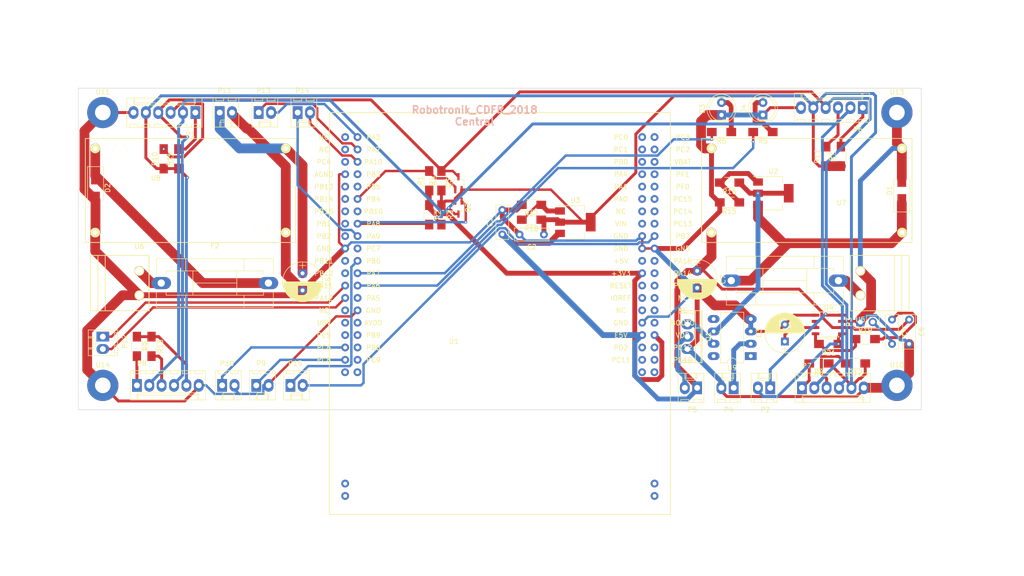
<source format=kicad_pcb>
(kicad_pcb (version 4) (host pcbnew 4.0.7)
  (layers (0 F.Cu signal) (31 B.Cu signal) (34 B.Paste user) (35 F.Paste user) (36 B.SilkS user) (37 F.SilkS user) (38 B.Mask user) (39 F.Mask user) (44 Edge.Cuts user))
  (net 0 "")
  (net 1 +5V)
  (net 2 GND)
  (net 3 +2.8V)
  (net 4 "Net-(C3-Pad1)")
  (net 5 "Net-(C4-Pad1)")
  (net 6 "Net-(C4-Pad2)")
  (net 7 BATT)
  (net 8 "Net-(D2-Pad1)")
  (net 9 "Net-(D3-Pad2)")
  (net 10 "Net-(D4-Pad2)")
  (net 11 "Net-(F1-Pad1)")
  (net 12 "Net-(F2-Pad1)")
  (net 13 "Net-(P1-Pad1)")
  (net 14 "Net-(P1-Pad2)")
  (net 15 "Net-(P1-Pad3)")
  (net 16 "Net-(P1-Pad4)")
  (net 17 "Net-(P2-Pad1)")
  (net 18 "Net-(P2-Pad2)")
  (net 19 "Net-(P4-Pad1)")
  (net 20 "Net-(P5-Pad2)")
  (net 21 "Net-(P6-Pad1)")
  (net 22 "Net-(P6-Pad3)")
  (net 23 "Net-(P7-Pad1)")
  (net 24 "Net-(P7-Pad3)")
  (net 25 "Net-(P8-Pad1)")
  (net 26 "Net-(P8-Pad3)")
  (net 27 "Net-(P9-Pad1)")
  (net 28 "Net-(P10-Pad1)")
  (net 29 /Power/Rasp_power)
  (net 30 /Pince_TX)
  (net 31 /Pince_RX)
  (net 32 /Position_TX)
  (net 33 /Position_RX)
  (net 34 RASP_TX)
  (net 35 RASP_RX)
  (net 36 I2C_Free_SCL)
  (net 37 I2C_Free_SDA)
  (net 38 "Net-(Q1-Pad1)")
  (net 39 +3V3)
  (net 40 I2C_TOF_SDA)
  (net 41 I2C_TOF_SCL)
  (net 42 "Net-(R5-Pad2)")
  (net 43 "Net-(R6-Pad2)")
  (net 44 "Net-(R15-Pad1)")
  (net 45 +9V)
  (net 46 "Net-(R17-Pad1)")
  (net 47 "Net-(R19-Pad1)")
  (module Nucleo_64:Nucleo-64 (layer F.Cu) (at 187.5 73 180)
    (fp_text reference U1 (at 44.45 -46.99 180) (layer F.SilkS))
    (fp_text value Nucleo-64)
    (fp_text user NC (at 71.12 -5.08 180) (layer F.SilkS))
    (fp_text user NC (at 71.12 -7.62 180) (layer F.SilkS))
    (fp_text user PC4 (at 71.12 -10.16 180) (layer F.SilkS))
    (fp_text user AGND (at 71.12 -12.7 180) (layer F.SilkS))
    (fp_text user PB13 (at 71.12 -15.24 180) (layer F.SilkS))
    (fp_text user PB14 (at 71.12 -17.78 180) (layer F.SilkS))
    (fp_text user PB15 (at 71.12 -20.32 180) (layer F.SilkS))
    (fp_text user PB1 (at 71.12 -22.86 180) (layer F.SilkS))
    (fp_text user PB2 (at 71.12 -25.4 180) (layer F.SilkS))
    (fp_text user GND (at 71.12 -27.94 180) (layer F.SilkS))
    (fp_text user PB11 (at 71.12 -30.48 180) (layer F.SilkS))
    (fp_text user PB12 (at 71.12 -33.02 180) (layer F.SilkS))
    (fp_text user PA11 (at 71.12 -35.56 180) (layer F.SilkS))
    (fp_text user PA12 (at 71.12 -38.1 180) (layer F.SilkS))
    (fp_text user NC (at 71.12 -40.64 180) (layer F.SilkS))
    (fp_text user U5V (at 71.12 -43.18 180) (layer F.SilkS))
    (fp_text user PC5 (at 71.12 -45.72 180) (layer F.SilkS))
    (fp_text user PC6 (at 71.12 -48.26 180) (layer F.SilkS))
    (fp_text user PC8 (at 71.12 -50.8 180) (layer F.SilkS))
    (fp_text user PA3 (at 60.96 -5.08 180) (layer F.SilkS))
    (fp_text user PA2 (at 60.96 -7.62 180) (layer F.SilkS))
    (fp_text user PA10 (at 60.96 -10.16 180) (layer F.SilkS))
    (fp_text user PB3 (at 60.96 -12.7 180) (layer F.SilkS))
    (fp_text user PB5 (at 60.96 -15.24 180) (layer F.SilkS))
    (fp_text user PB4 (at 60.96 -17.78 180) (layer F.SilkS))
    (fp_text user PB10 (at 60.96 -20.32 180) (layer F.SilkS))
    (fp_text user PA8 (at 60.96 -22.86 180) (layer F.SilkS))
    (fp_text user PA9 (at 60.96 -25.4 180) (layer F.SilkS))
    (fp_text user PC7 (at 60.96 -27.94 180) (layer F.SilkS))
    (fp_text user PB6 (at 60.96 -30.48 180) (layer F.SilkS))
    (fp_text user PA7 (at 60.96 -33.02 180) (layer F.SilkS))
    (fp_text user PA6 (at 60.96 -35.56 180) (layer F.SilkS))
    (fp_text user PA5 (at 60.96 -38.1 180) (layer F.SilkS))
    (fp_text user GND (at 60.96 -40.64 180) (layer F.SilkS))
    (fp_text user AVDD (at 60.96 -43.18 180) (layer F.SilkS))
    (fp_text user PB9 (at 60.96 -45.72 180) (layer F.SilkS))
    (fp_text user PB8 (at 60.96 -48.26 180) (layer F.SilkS))
    (fp_text user PC9 (at 60.96 -50.8 180) (layer F.SilkS))
    (fp_text user PC0 (at 10.16 -5.08 180) (layer F.SilkS))
    (fp_text user PC1 (at 10.16 -7.62 180) (layer F.SilkS))
    (fp_text user PB0 (at 10.16 -10.16 180) (layer F.SilkS))
    (fp_text user PA4 (at 10.16 -12.7 180) (layer F.SilkS))
    (fp_text user PA1 (at 10.16 -15.24 180) (layer F.SilkS))
    (fp_text user PAO (at 10.16 -17.78 180) (layer F.SilkS))
    (fp_text user NC (at 10.16 -20.32 180) (layer F.SilkS))
    (fp_text user VIN (at 10.16 -22.86 180) (layer F.SilkS))
    (fp_text user GND (at 10.16 -25.4 180) (layer F.SilkS))
    (fp_text user GND (at 10.16 -27.94 180) (layer F.SilkS))
    (fp_text user +5V (at 10.16 -30.48 180) (layer F.SilkS))
    (fp_text user +3V3 (at 10.16 -33.02 180) (layer F.SilkS))
    (fp_text user RESET (at 10.16 -35.56 180) (layer F.SilkS))
    (fp_text user IOREF (at 10.16 -38.1 180) (layer F.SilkS))
    (fp_text user NC (at 10.16 -40.64 180) (layer F.SilkS))
    (fp_text user GND (at 10.16 -43.18 180) (layer F.SilkS))
    (fp_text user E5V (at 10.16 -45.72 180) (layer F.SilkS))
    (fp_text user PD2 (at 10.16 -48.26 180) (layer F.SilkS))
    (fp_text user PC11 (at 10.16 -50.8 180) (layer F.SilkS))
    (fp_text user PC3 (at -2.54 -5.08 180) (layer F.SilkS))
    (fp_text user PC2 (at -2.54 -7.62 180) (layer F.SilkS))
    (fp_text user VBAT (at -2.54 -10.16 180) (layer F.SilkS))
    (fp_text user PF1 (at -2.54 -12.7 180) (layer F.SilkS))
    (fp_text user PF0 (at -2.54 -15.24 180) (layer F.SilkS))
    (fp_text user PC15 (at -2.54 -17.78 180) (layer F.SilkS))
    (fp_text user PC14 (at -2.54 -20.32 180) (layer F.SilkS))
    (fp_text user PC13 (at -2.54 -22.86 180) (layer F.SilkS))
    (fp_text user PB7 (at -2.54 -25.4 180) (layer F.SilkS))
    (fp_text user GND (at -2.54 -27.94 180) (layer F.SilkS))
    (fp_text user PA15 (at -2.54 -30.48 180) (layer F.SilkS))
    (fp_text user PA14 (at -2.54 -33.02 180) (layer F.SilkS))
    (fp_text user PA13 (at -2.54 -35.56 180) (layer F.SilkS))
    (fp_text user NC (at -2.54 -38.1 180) (layer F.SilkS))
    (fp_text user NC (at -2.54 -40.64 180) (layer F.SilkS))
    (fp_text user BOOTO (at -2.54 -43.18 180) (layer F.SilkS))
    (fp_text user VDD (at -2.54 -45.72 180) (layer F.SilkS))
    (fp_text user PC12 (at -2.54 -48.26 180) (layer F.SilkS))
    (fp_text user PC10 (at -2.54 -50.8 180) (layer F.SilkS))
    (pad 1 thru_hole circle (at 3.25 -5.04 180) (size 1.6 1.6) (drill 0.8) (layers *.Cu *.Mask))
    (pad 21 thru_hole circle (at 5.79 -5.04 180) (size 1.6 1.6) (drill 0.8) (layers *.Cu *.Mask))
    (pad 2 thru_hole circle (at 3.25 -7.58 180) (size 1.6 1.6) (drill 0.8) (layers *.Cu *.Mask))
    (pad 3 thru_hole circle (at 3.25 -10.12 180) (size 1.6 1.6) (drill 0.8) (layers *.Cu *.Mask))
    (pad 4 thru_hole circle (at 3.25 -12.66 180) (size 1.6 1.6) (drill 0.8) (layers *.Cu *.Mask))
    (pad 5 thru_hole circle (at 3.25 -15.2 180) (size 1.6 1.6) (drill 0.8) (layers *.Cu *.Mask))
    (pad 6 thru_hole circle (at 3.25 -17.74 180) (size 1.6 1.6) (drill 0.8) (layers *.Cu *.Mask))
    (pad 7 thru_hole circle (at 3.25 -20.28 180) (size 1.6 1.6) (drill 0.8) (layers *.Cu *.Mask))
    (pad 8 thru_hole circle (at 3.25 -22.82 180) (size 1.6 1.6) (drill 0.8) (layers *.Cu *.Mask))
    (pad 9 thru_hole circle (at 3.25 -25.36 180) (size 1.6 1.6) (drill 0.8) (layers *.Cu *.Mask) (net 37 I2C_Free_SDA))
    (pad 10 thru_hole circle (at 3.25 -27.9 180) (size 1.6 1.6) (drill 0.8) (layers *.Cu *.Mask) (net 2 GND))
    (pad 11 thru_hole circle (at 3.25 -30.44 180) (size 1.6 1.6) (drill 0.8) (layers *.Cu *.Mask))
    (pad 12 thru_hole circle (at 3.25 -32.98 180) (size 1.6 1.6) (drill 0.8) (layers *.Cu *.Mask))
    (pad 13 thru_hole circle (at 3.25 -35.52 180) (size 1.6 1.6) (drill 0.8) (layers *.Cu *.Mask))
    (pad 14 thru_hole circle (at 3.25 -38.06 180) (size 1.6 1.6) (drill 0.8) (layers *.Cu *.Mask))
    (pad 15 thru_hole circle (at 3.25 -40.6 180) (size 1.6 1.6) (drill 0.8) (layers *.Cu *.Mask))
    (pad 16 thru_hole circle (at 3.25 -43.14 180) (size 1.6 1.6) (drill 0.8) (layers *.Cu *.Mask))
    (pad 17 thru_hole circle (at 3.25 -45.68 180) (size 1.6 1.6) (drill 0.8) (layers *.Cu *.Mask) (net 39 +3V3))
    (pad 18 thru_hole circle (at 3.25 -48.22 180) (size 1.6 1.6) (drill 0.8) (layers *.Cu *.Mask))
    (pad 19 thru_hole circle (at 3.25 -50.76 180) (size 1.6 1.6) (drill 0.8) (layers *.Cu *.Mask))
    (pad 22 thru_hole circle (at 5.79 -7.58 180) (size 1.6 1.6) (drill 0.8) (layers *.Cu *.Mask))
    (pad 23 thru_hole circle (at 5.79 -10.12 180) (size 1.6 1.6) (drill 0.8) (layers *.Cu *.Mask))
    (pad 24 thru_hole circle (at 5.79 -12.66 180) (size 1.6 1.6) (drill 0.8) (layers *.Cu *.Mask))
    (pad 25 thru_hole circle (at 5.79 -15.2 180) (size 1.6 1.6) (drill 0.8) (layers *.Cu *.Mask))
    (pad 26 thru_hole circle (at 5.79 -17.74 180) (size 1.6 1.6) (drill 0.8) (layers *.Cu *.Mask))
    (pad 27 thru_hole circle (at 5.79 -20.28 180) (size 1.6 1.6) (drill 0.8) (layers *.Cu *.Mask))
    (pad 28 thru_hole circle (at 5.79 -22.82 180) (size 1.6 1.6) (drill 0.8) (layers *.Cu *.Mask))
    (pad 29 thru_hole circle (at 5.79 -25.36 180) (size 1.6 1.6) (drill 0.8) (layers *.Cu *.Mask) (net 2 GND))
    (pad 30 thru_hole circle (at 5.79 -27.9 180) (size 1.6 1.6) (drill 0.8) (layers *.Cu *.Mask) (net 2 GND))
    (pad 31 thru_hole circle (at 5.79 -30.44 180) (size 1.6 1.6) (drill 0.8) (layers *.Cu *.Mask))
    (pad 32 thru_hole circle (at 5.79 -32.98 180) (size 1.6 1.6) (drill 0.8) (layers *.Cu *.Mask) (net 39 +3V3))
    (pad 33 thru_hole circle (at 5.79 -35.52 180) (size 1.6 1.6) (drill 0.8) (layers *.Cu *.Mask))
    (pad 34 thru_hole circle (at 5.79 -38.06 180) (size 1.6 1.6) (drill 0.8) (layers *.Cu *.Mask))
    (pad 35 thru_hole circle (at 5.79 -40.6 180) (size 1.6 1.6) (drill 0.8) (layers *.Cu *.Mask))
    (pad 36 thru_hole circle (at 5.79 -43.14 180) (size 1.6 1.6) (drill 0.8) (layers *.Cu *.Mask) (net 2 GND))
    (pad 37 thru_hole circle (at 5.79 -45.68 180) (size 1.6 1.6) (drill 0.8) (layers *.Cu *.Mask) (net 1 +5V))
    (pad 38 thru_hole circle (at 5.79 -48.22 180) (size 1.6 1.6) (drill 0.8) (layers *.Cu *.Mask))
    (pad 39 thru_hole circle (at 5.79 -50.76 180) (size 1.6 1.6) (drill 0.8) (layers *.Cu *.Mask))
    (pad 41 thru_hole circle (at 66.75 -5.04 180) (size 1.6 1.6) (drill 0.8) (layers *.Cu *.Mask))
    (pad 61 thru_hole circle (at 64.21 -5.04 180) (size 1.6 1.6) (drill 0.8) (layers *.Cu *.Mask) (net 33 /Position_RX))
    (pad 42 thru_hole circle (at 66.75 -7.58 180) (size 1.6 1.6) (drill 0.8) (layers *.Cu *.Mask))
    (pad 43 thru_hole circle (at 66.75 -10.12 180) (size 1.6 1.6) (drill 0.8) (layers *.Cu *.Mask))
    (pad 44 thru_hole circle (at 66.75 -12.66 180) (size 1.6 1.6) (drill 0.8) (layers *.Cu *.Mask) (net 2 GND))
    (pad 45 thru_hole circle (at 66.75 -15.2 180) (size 1.6 1.6) (drill 0.8) (layers *.Cu *.Mask))
    (pad 46 thru_hole circle (at 66.75 -17.74 180) (size 1.6 1.6) (drill 0.8) (layers *.Cu *.Mask))
    (pad 47 thru_hole circle (at 66.75 -20.28 180) (size 1.6 1.6) (drill 0.8) (layers *.Cu *.Mask))
    (pad 48 thru_hole circle (at 66.75 -22.82 180) (size 1.6 1.6) (drill 0.8) (layers *.Cu *.Mask))
    (pad 49 thru_hole circle (at 66.75 -25.36 180) (size 1.6 1.6) (drill 0.8) (layers *.Cu *.Mask))
    (pad 50 thru_hole circle (at 66.75 -27.9 180) (size 1.6 1.6) (drill 0.8) (layers *.Cu *.Mask) (net 2 GND))
    (pad 51 thru_hole circle (at 66.75 -30.44 180) (size 1.6 1.6) (drill 0.8) (layers *.Cu *.Mask))
    (pad 52 thru_hole circle (at 66.75 -32.98 180) (size 1.6 1.6) (drill 0.8) (layers *.Cu *.Mask))
    (pad 53 thru_hole circle (at 66.75 -35.52 180) (size 1.6 1.6) (drill 0.8) (layers *.Cu *.Mask) (net 30 /Pince_TX))
    (pad 54 thru_hole circle (at 66.75 -38.06 180) (size 1.6 1.6) (drill 0.8) (layers *.Cu *.Mask) (net 31 /Pince_RX))
    (pad 55 thru_hole circle (at 66.75 -40.6 180) (size 1.6 1.6) (drill 0.8) (layers *.Cu *.Mask))
    (pad 56 thru_hole circle (at 66.75 -43.14 180) (size 1.6 1.6) (drill 0.8) (layers *.Cu *.Mask))
    (pad 57 thru_hole circle (at 66.75 -45.68 180) (size 1.6 1.6) (drill 0.8) (layers *.Cu *.Mask))
    (pad 58 thru_hole circle (at 66.75 -48.22 180) (size 1.6 1.6) (drill 0.8) (layers *.Cu *.Mask) (net 28 "Net-(P10-Pad1)"))
    (pad 59 thru_hole circle (at 66.75 -50.76 180) (size 1.6 1.6) (drill 0.8) (layers *.Cu *.Mask) (net 27 "Net-(P9-Pad1)"))
    (pad 79 thru_hole circle (at 64.21 -50.76 180) (size 1.6 1.6) (drill 0.8) (layers *.Cu *.Mask))
    (pad 78 thru_hole circle (at 64.21 -48.22 180) (size 1.6 1.6) (drill 0.8) (layers *.Cu *.Mask))
    (pad 77 thru_hole circle (at 64.21 -45.68 180) (size 1.6 1.6) (drill 0.8) (layers *.Cu *.Mask))
    (pad 76 thru_hole circle (at 64.21 -43.14 180) (size 1.6 1.6) (drill 0.8) (layers *.Cu *.Mask))
    (pad 75 thru_hole circle (at 64.21 -40.6 180) (size 1.6 1.6) (drill 0.8) (layers *.Cu *.Mask) (net 2 GND))
    (pad 74 thru_hole circle (at 64.21 -38.06 180) (size 1.6 1.6) (drill 0.8) (layers *.Cu *.Mask))
    (pad 73 thru_hole circle (at 64.21 -35.52 180) (size 1.6 1.6) (drill 0.8) (layers *.Cu *.Mask) (net 42 "Net-(R5-Pad2)"))
    (pad 72 thru_hole circle (at 64.21 -32.98 180) (size 1.6 1.6) (drill 0.8) (layers *.Cu *.Mask) (net 43 "Net-(R6-Pad2)"))
    (pad 71 thru_hole circle (at 64.21 -30.44 180) (size 1.6 1.6) (drill 0.8) (layers *.Cu *.Mask) (net 36 I2C_Free_SCL))
    (pad 70 thru_hole circle (at 64.21 -27.9 180) (size 1.6 1.6) (drill 0.8) (layers *.Cu *.Mask))
    (pad 69 thru_hole circle (at 64.21 -25.36 180) (size 1.6 1.6) (drill 0.8) (layers *.Cu *.Mask) (net 34 RASP_TX))
    (pad 68 thru_hole circle (at 64.21 -22.82 180) (size 1.6 1.6) (drill 0.8) (layers *.Cu *.Mask) (net 41 I2C_TOF_SCL))
    (pad 67 thru_hole circle (at 64.21 -20.28 180) (size 1.6 1.6) (drill 0.8) (layers *.Cu *.Mask))
    (pad 66 thru_hole circle (at 64.21 -17.74 180) (size 1.6 1.6) (drill 0.8) (layers *.Cu *.Mask) (net 40 I2C_TOF_SDA))
    (pad 65 thru_hole circle (at 64.21 -15.2 180) (size 1.6 1.6) (drill 0.8) (layers *.Cu *.Mask))
    (pad 64 thru_hole circle (at 64.21 -12.66 180) (size 1.6 1.6) (drill 0.8) (layers *.Cu *.Mask))
    (pad 63 thru_hole circle (at 64.21 -10.12 180) (size 1.6 1.6) (drill 0.8) (layers *.Cu *.Mask) (net 35 RASP_RX))
    (pad 62 thru_hole circle (at 64.21 -7.58 180) (size 1.6 1.6) (drill 0.8) (layers *.Cu *.Mask) (net 32 /Position_TX))
    (pad 83 thru_hole circle (at 3.25 -78.7 180) (size 1.6 1.6) (drill 0.8) (layers *.Cu *.Mask))
    (pad 84 thru_hole circle (at 3.25 -76.16 180) (size 1.6 1.6) (drill 0.8) (layers *.Cu *.Mask))
    (pad 82 thru_hole circle (at 66.75 -78.7 180) (size 1.6 1.6) (drill 0.8) (layers *.Cu *.Mask))
    (pad 81 thru_hole circle (at 66.75 -76.16 180) (size 1.6 1.6) (drill 0.8) (layers *.Cu *.Mask))
    (pad 20 thru_hole circle (at 3.27 -53.3 180) (size 1.6 1.6) (drill 0.8) (layers *.Cu *.Mask))
    (pad 40 thru_hole circle (at 5.81 -53.3 180) (size 1.6 1.6) (drill 0.8) (layers *.Cu *.Mask))
    (pad 80 thru_hole circle (at 64.23 -53.3 180) (size 1.6 1.6) (drill 0.8) (layers *.Cu *.Mask))
    (pad 60 thru_hole circle (at 66.77 -53.3 180) (size 1.6 1.6) (drill 0.8) (layers *.Cu *.Mask))
  )
  (module Resistors_SMD:R_1206_HandSoldering (layer F.Cu) (at 218 124.5 180)
    (fp_text reference R8 (at 0 -1.85 180) (layer F.SilkS))
    (fp_text value 47kR)
    (pad 1 smd rect (at -2 0 180) (size 2 1.7) (layers F.Cu F.Paste F.Mask) (net 3 +2.8V))
    (pad 2 smd rect (at 2 0 180) (size 2 1.7) (layers F.Cu F.Paste F.Mask) (net 23 "Net-(P7-Pad1)"))
  )
  (module Connectors_Molex:Molex_KK-6410-02_02x2.54mm_Straight (layer F.Cu) (at 200.5 129.5 180)
    (fp_text reference P4 (at 1 -4.5 180) (layer F.SilkS))
    (fp_text value CONN_jacky_led)
    (pad 1 thru_hole rect (at 0 0 180) (size 2 2.6) (drill 1.2) (layers *.Cu *.Mask) (net 19 "Net-(P4-Pad1)"))
    (pad 2 thru_hole oval (at 2.54 0 180) (size 2 2.6) (drill 1.2) (layers *.Cu *.Mask) (net 2 GND))
  )
  (module Mounting_Holes:MountingHole_3.2mm_M3_Pad (layer F.Cu) (at 234 129)
    (fp_text reference U10 (at 0 -4.2) (layer F.SilkS))
    (fp_text value trou-d3mm)
    (pad 1 thru_hole circle (at 0 0) (size 6.4 6.4) (drill 3.2) (layers *.Cu *.Mask) (net 2 GND))
  )
  (module Capacitors_THT:C_Rect_L7.0mm_W2.5mm_P5.00mm (layer F.Cu) (at 153 98 90)
    (fp_text reference C1 (at 2.5 -2.56 90) (layer F.SilkS))
    (fp_text value 1uC)
    (pad 1 thru_hole circle (at 0 0 90) (size 1.6 1.6) (drill 0.8) (layers *.Cu *.Mask) (net 1 +5V))
    (pad 2 thru_hole circle (at 5 0 90) (size 1.6 1.6) (drill 0.8) (layers *.Cu *.Mask) (net 2 GND))
  )
  (module Capacitors_THT:C_Rect_L7.0mm_W2.5mm_P5.00mm (layer F.Cu) (at 161.544 98.044 180)
    (fp_text reference C2 (at 2.5 -2.56 180) (layer F.SilkS))
    (fp_text value 1uC)
    (pad 1 thru_hole circle (at 0 0 180) (size 1.6 1.6) (drill 0.8) (layers *.Cu *.Mask) (net 3 +2.8V))
    (pad 2 thru_hole circle (at 5 0 180) (size 1.6 1.6) (drill 0.8) (layers *.Cu *.Mask) (net 2 GND))
  )
  (module Capacitors_THT:CP_Radial_D8.0mm_P3.50mm (layer F.Cu) (at 193 105.5 270)
    (fp_text reference C7 (at 1.75 -5.31 270) (layer F.SilkS))
    (fp_text value CP)
    (pad 1 thru_hole rect (at 0 0 270) (size 1.6 1.6) (drill 0.8) (layers *.Cu *.Mask) (net 1 +5V))
    (pad 2 thru_hole circle (at 3.5 0 270) (size 1.6 1.6) (drill 0.8) (layers *.Cu *.Mask) (net 2 GND))
  )
  (module Diodes_SMD:D_SMA_Handsoldering (layer F.Cu) (at 235 89 90)
    (fp_text reference D1 (at 0 -2.5 90) (layer F.SilkS))
    (fp_text value D)
    (pad 1 smd rect (at -2.5 0 90) (size 3.5 1.8) (layers F.Cu F.Paste F.Mask) (net 7 BATT))
    (pad 2 smd rect (at 2.5 0 90) (size 3.5 1.8) (layers F.Cu F.Paste F.Mask) (net 2 GND))
  )
  (module Diodes_SMD:D_SMA_Handsoldering (layer F.Cu) (at 69.5 88.5 270)
    (fp_text reference D2 (at 0 -2.5 270) (layer F.SilkS))
    (fp_text value D)
    (pad 1 smd rect (at -2.5 0 270) (size 3.5 1.8) (layers F.Cu F.Paste F.Mask) (net 8 "Net-(D2-Pad1)"))
    (pad 2 smd rect (at 2.5 0 270) (size 3.5 1.8) (layers F.Cu F.Paste F.Mask) (net 2 GND))
  )
  (module LEDs:LED_D5.0mm (layer F.Cu) (at 198 73.5 90)
    (fp_text reference D3 (at 1.27 -3.96 90) (layer F.SilkS))
    (fp_text value LED_Red)
    (pad 1 thru_hole rect (at 0 0 90) (size 1.8 1.8) (drill 0.9) (layers *.Cu *.Mask) (net 2 GND))
    (pad 2 thru_hole circle (at 2.54 0 90) (size 1.8 1.8) (drill 0.9) (layers *.Cu *.Mask) (net 9 "Net-(D3-Pad2)"))
  )
  (module LEDs:LED_D5.0mm (layer F.Cu) (at 206.5 73.5 90)
    (fp_text reference D4 (at 1.27 -3.96 90) (layer F.SilkS))
    (fp_text value LED_Green)
    (pad 1 thru_hole rect (at 0 0 90) (size 1.8 1.8) (drill 0.9) (layers *.Cu *.Mask) (net 2 GND))
    (pad 2 thru_hole circle (at 2.54 0 90) (size 1.8 1.8) (drill 0.9) (layers *.Cu *.Mask) (net 10 "Net-(D4-Pad2)"))
  )
  (module Fuse_Holders_and_Fuses:Fuseholder5x20_horiz_SemiClosed_Casing10x25mm (layer F.Cu) (at 222 107.5 180)
    (fp_text reference F1 (at 11 -7.62 180) (layer F.SilkS))
    (fp_text value FUSE)
    (pad 2 thru_hole oval (at 22 0 90) (size 2.5 4) (drill 1.5) (layers *.Cu *.Mask) (net 7 BATT))
    (pad 1 thru_hole oval (at 0 0 90) (size 2.5 4) (drill 1.5) (layers *.Cu *.Mask) (net 11 "Net-(F1-Pad1)"))
  )
  (module Fuse_Holders_and_Fuses:Fuseholder5x20_horiz_SemiClosed_Casing10x25mm (layer F.Cu) (at 83 108)
    (fp_text reference F2 (at 11 -7.62) (layer F.SilkS))
    (fp_text value FUSE)
    (pad 2 thru_hole oval (at 22 0 270) (size 2.5 4) (drill 1.5) (layers *.Cu *.Mask) (net 8 "Net-(D2-Pad1)"))
    (pad 1 thru_hole oval (at 0 0 270) (size 2.5 4) (drill 1.5) (layers *.Cu *.Mask) (net 12 "Net-(F2-Pad1)"))
  )
  (module Connectors_Molex:Molex_KK-6410-06_06x2.54mm_Straight (layer F.Cu) (at 90 73 180)
    (fp_text reference P1 (at 1 -4.5 180) (layer F.SilkS))
    (fp_text value CONN_02X03)
    (pad 1 thru_hole rect (at 0 0 180) (size 2 2.6) (drill 1.2) (layers *.Cu *.Mask) (net 13 "Net-(P1-Pad1)"))
    (pad 2 thru_hole oval (at 2.54 0 180) (size 2 2.6) (drill 1.2) (layers *.Cu *.Mask) (net 14 "Net-(P1-Pad2)"))
    (pad 3 thru_hole oval (at 5.08 0 180) (size 2 2.6) (drill 1.2) (layers *.Cu *.Mask) (net 15 "Net-(P1-Pad3)"))
    (pad 4 thru_hole oval (at 7.62 0 180) (size 2 2.6) (drill 1.2) (layers *.Cu *.Mask) (net 16 "Net-(P1-Pad4)"))
    (pad 5 thru_hole oval (at 10.16 0 180) (size 2 2.6) (drill 1.2) (layers *.Cu *.Mask) (net 3 +2.8V))
    (pad 6 thru_hole oval (at 12.7 0 180) (size 2 2.6) (drill 1.2) (layers *.Cu *.Mask) (net 2 GND))
  )
  (module Connectors_Molex:Molex_KK-6410-02_02x2.54mm_Straight (layer F.Cu) (at 208 129.5 180)
    (fp_text reference P2 (at 1 -4.5 180) (layer F.SilkS))
    (fp_text value CONN_Speaker)
    (pad 1 thru_hole rect (at 0 0 180) (size 2 2.6) (drill 1.2) (layers *.Cu *.Mask) (net 17 "Net-(P2-Pad1)"))
    (pad 2 thru_hole oval (at 2.54 0 180) (size 2 2.6) (drill 1.2) (layers *.Cu *.Mask) (net 18 "Net-(P2-Pad2)"))
  )
  (module Pin_Headers:Pin_Header_Straight_1x02_Pitch2.54mm (layer F.Cu) (at 226.5 116 90)
    (fp_text reference P3 (at 0 -2.33 90) (layer F.SilkS))
    (fp_text value CONN_jack)
    (pad 1 thru_hole rect (at 0 0 90) (size 1.7 1.7) (drill 1) (layers *.Cu *.Mask) (net 2 GND))
    (pad 2 thru_hole oval (at 0 2.54 90) (size 1.7 1.7) (drill 1) (layers *.Cu *.Mask) (net 6 "Net-(C4-Pad2)"))
  )
  (module Connectors_Molex:Molex_KK-6410-02_02x2.54mm_Straight (layer F.Cu) (at 193 129.5 180)
    (fp_text reference P5 (at 1 -4.5 180) (layer F.SilkS))
    (fp_text value CONN_LED)
    (pad 1 thru_hole rect (at 0 0 180) (size 2 2.6) (drill 1.2) (layers *.Cu *.Mask) (net 1 +5V))
    (pad 2 thru_hole oval (at 2.54 0 180) (size 2 2.6) (drill 1.2) (layers *.Cu *.Mask) (net 20 "Net-(P5-Pad2)"))
  )
  (module Connectors_Molex:Molex_KK-6410-06_06x2.54mm_Straight (layer F.Cu) (at 227 72 180)
    (fp_text reference P6 (at 1 -4.5 180) (layer F.SilkS))
    (fp_text value CONN_02X03)
    (pad 1 thru_hole rect (at 0 0 180) (size 2 2.6) (drill 1.2) (layers *.Cu *.Mask) (net 21 "Net-(P6-Pad1)"))
    (pad 2 thru_hole oval (at 2.54 0 180) (size 2 2.6) (drill 1.2) (layers *.Cu *.Mask) (net 14 "Net-(P1-Pad2)"))
    (pad 3 thru_hole oval (at 5.08 0 180) (size 2 2.6) (drill 1.2) (layers *.Cu *.Mask) (net 22 "Net-(P6-Pad3)"))
    (pad 4 thru_hole oval (at 7.62 0 180) (size 2 2.6) (drill 1.2) (layers *.Cu *.Mask) (net 16 "Net-(P1-Pad4)"))
    (pad 5 thru_hole oval (at 10.16 0 180) (size 2 2.6) (drill 1.2) (layers *.Cu *.Mask) (net 3 +2.8V))
    (pad 6 thru_hole oval (at 12.7 0 180) (size 2 2.6) (drill 1.2) (layers *.Cu *.Mask) (net 2 GND))
  )
  (module Connectors_Molex:Molex_KK-6410-06_06x2.54mm_Straight (layer F.Cu) (at 214.5 129.5)
    (fp_text reference P7 (at 1 -4.5) (layer F.SilkS))
    (fp_text value CONN_02X03)
    (pad 1 thru_hole rect (at 0 0) (size 2 2.6) (drill 1.2) (layers *.Cu *.Mask) (net 23 "Net-(P7-Pad1)"))
    (pad 2 thru_hole oval (at 2.54 0) (size 2 2.6) (drill 1.2) (layers *.Cu *.Mask) (net 14 "Net-(P1-Pad2)"))
    (pad 3 thru_hole oval (at 5.08 0) (size 2 2.6) (drill 1.2) (layers *.Cu *.Mask) (net 24 "Net-(P7-Pad3)"))
    (pad 4 thru_hole oval (at 7.62 0) (size 2 2.6) (drill 1.2) (layers *.Cu *.Mask) (net 16 "Net-(P1-Pad4)"))
    (pad 5 thru_hole oval (at 10.16 0) (size 2 2.6) (drill 1.2) (layers *.Cu *.Mask) (net 3 +2.8V))
    (pad 6 thru_hole oval (at 12.7 0) (size 2 2.6) (drill 1.2) (layers *.Cu *.Mask) (net 2 GND))
  )
  (module Connectors_Molex:Molex_KK-6410-06_06x2.54mm_Straight (layer F.Cu) (at 78 129)
    (fp_text reference P8 (at 1 -4.5) (layer F.SilkS))
    (fp_text value CONN_02X03)
    (pad 1 thru_hole rect (at 0 0) (size 2 2.6) (drill 1.2) (layers *.Cu *.Mask) (net 25 "Net-(P8-Pad1)"))
    (pad 2 thru_hole oval (at 2.54 0) (size 2 2.6) (drill 1.2) (layers *.Cu *.Mask) (net 14 "Net-(P1-Pad2)"))
    (pad 3 thru_hole oval (at 5.08 0) (size 2 2.6) (drill 1.2) (layers *.Cu *.Mask) (net 26 "Net-(P8-Pad3)"))
    (pad 4 thru_hole oval (at 7.62 0) (size 2 2.6) (drill 1.2) (layers *.Cu *.Mask) (net 16 "Net-(P1-Pad4)"))
    (pad 5 thru_hole oval (at 10.16 0) (size 2 2.6) (drill 1.2) (layers *.Cu *.Mask) (net 3 +2.8V))
    (pad 6 thru_hole oval (at 12.7 0) (size 2 2.6) (drill 1.2) (layers *.Cu *.Mask) (net 2 GND))
  )
  (module Connectors_Molex:Molex_KK-6410-02_02x2.54mm_Straight (layer F.Cu) (at 102.5 129)
    (fp_text reference P9 (at 1 -4.5) (layer F.SilkS))
    (fp_text value CONN_jack_start)
    (pad 1 thru_hole rect (at 0 0) (size 2 2.6) (drill 1.2) (layers *.Cu *.Mask) (net 27 "Net-(P9-Pad1)"))
    (pad 2 thru_hole oval (at 2.54 0) (size 2 2.6) (drill 1.2) (layers *.Cu *.Mask) (net 2 GND))
  )
  (module Connectors_Molex:Molex_KK-6410-02_02x2.54mm_Straight (layer F.Cu) (at 95.5 129)
    (fp_text reference P10 (at 1 -4.5) (layer F.SilkS))
    (fp_text value CONN_Selec)
    (pad 1 thru_hole rect (at 0 0) (size 2 2.6) (drill 1.2) (layers *.Cu *.Mask) (net 28 "Net-(P10-Pad1)"))
    (pad 2 thru_hole oval (at 2.54 0) (size 2 2.6) (drill 1.2) (layers *.Cu *.Mask) (net 2 GND))
  )
  (module Connectors_Molex:Molex_KK-6410-02_02x2.54mm_Straight (layer F.Cu) (at 95 73)
    (fp_text reference P11 (at 1 -4.5) (layer F.SilkS))
    (fp_text value CONN_01X02)
    (pad 1 thru_hole rect (at 0 0) (size 2 2.6) (drill 1.2) (layers *.Cu *.Mask) (net 29 /Power/Rasp_power))
    (pad 2 thru_hole oval (at 2.54 0) (size 2 2.6) (drill 1.2) (layers *.Cu *.Mask) (net 2 GND))
  )
  (module Connectors_Molex:Molex_KK-6410-02_02x2.54mm_Straight (layer F.Cu) (at 71 119 270)
    (fp_text reference P12 (at 1 -4.5 270) (layer F.SilkS))
    (fp_text value CONN_01X02)
    (pad 1 thru_hole rect (at 0 0 270) (size 2 2.6) (drill 1.2) (layers *.Cu *.Mask) (net 30 /Pince_TX))
    (pad 2 thru_hole oval (at 2.54 0 270) (size 2 2.6) (drill 1.2) (layers *.Cu *.Mask) (net 31 /Pince_RX))
  )
  (module Connectors_Molex:Molex_KK-6410-02_02x2.54mm_Straight (layer F.Cu) (at 103 73)
    (fp_text reference P13 (at 1 -4.5) (layer F.SilkS))
    (fp_text value CONN_01X02)
    (pad 1 thru_hole rect (at 0 0) (size 2 2.6) (drill 1.2) (layers *.Cu *.Mask) (net 32 /Position_TX))
    (pad 2 thru_hole oval (at 2.54 0) (size 2 2.6) (drill 1.2) (layers *.Cu *.Mask) (net 33 /Position_RX))
  )
  (module Connectors_Molex:Molex_KK-6410-02_02x2.54mm_Straight (layer F.Cu) (at 111 73)
    (fp_text reference P14 (at 1 -4.5) (layer F.SilkS))
    (fp_text value CONN_01X02)
    (pad 1 thru_hole rect (at 0 0) (size 2 2.6) (drill 1.2) (layers *.Cu *.Mask) (net 34 RASP_TX))
    (pad 2 thru_hole oval (at 2.54 0) (size 2 2.6) (drill 1.2) (layers *.Cu *.Mask) (net 35 RASP_RX))
  )
  (module Connectors_Molex:Molex_KK-6410-02_02x2.54mm_Straight (layer F.Cu) (at 109.5 129)
    (fp_text reference P15 (at 1 -4.5) (layer F.SilkS))
    (fp_text value CONN_01X02)
    (pad 1 thru_hole rect (at 0 0) (size 2 2.6) (drill 1.2) (layers *.Cu *.Mask) (net 36 I2C_Free_SCL))
    (pad 2 thru_hole oval (at 2.54 0) (size 2 2.6) (drill 1.2) (layers *.Cu *.Mask) (net 37 I2C_Free_SDA))
  )
  (module Power_Integrations:TO-220 (layer F.Cu) (at 191 119 270)
    (fp_text reference Q1 (at 0 -4.318 270) (layer F.SilkS))
    (fp_text value IRF540N)
    (pad 2 thru_hole oval (at 0 0 270) (size 2.032 2.54) (drill 1.143) (layers *.Cu *.Mask) (net 20 "Net-(P5-Pad2)"))
    (pad 3 thru_hole oval (at 2.54 0 270) (size 2.032 2.54) (drill 1.143) (layers *.Cu *.Mask) (net 2 GND))
    (pad 1 thru_hole oval (at -2.54 0 270) (size 2.032 2.54) (drill 1.143) (layers *.Cu *.Mask) (net 38 "Net-(Q1-Pad1)"))
  )
  (module "dsn2596:B plug 5mm" (layer F.Cu) (at 226.5 108 180)
    (fp_text reference U5 (at 0 -7.5 180) (layer F.SilkS))
    (fp_text value B_Plug_5mm)
    (pad 1 thru_hole circle (at 0 -2.5 180) (size 2 2) (drill 1.5) (layers *.Cu *.Mask F.SilkS) (net 11 "Net-(F1-Pad1)"))
    (pad 2 thru_hole circle (at 0 2.5 180) (size 2 2) (drill 1.5) (layers *.Cu *.Mask F.SilkS) (net 2 GND))
  )
  (module "dsn2596:B plug 5mm" (layer F.Cu) (at 78.5 108)
    (fp_text reference U6 (at 0 -7.5) (layer F.SilkS))
    (fp_text value B_Plug_5mm)
    (pad 1 thru_hole circle (at 0 -2.5) (size 2 2) (drill 1.5) (layers *.Cu *.Mask F.SilkS) (net 12 "Net-(F2-Pad1)"))
    (pad 2 thru_hole circle (at 0 2.5) (size 2 2) (drill 1.5) (layers *.Cu *.Mask F.SilkS) (net 2 GND))
  )
  (module dsn2596:DSN2596 (layer F.Cu) (at 215.5 89 180)
    (fp_text reference U7 (at -7.112 -2.54 180) (layer F.SilkS))
    (fp_text value DSN2596)
    (pad 1 thru_hole circle (at -19.558 -8.636 180) (size 2 2) (drill 1) (layers *.Cu *.Mask F.SilkS) (net 7 BATT))
    (pad 4 thru_hole circle (at 19.558 -8.636 180) (size 2 2) (drill 1) (layers *.Cu *.Mask F.SilkS) (net 1 +5V))
    (pad 3 thru_hole circle (at 19.558 8.636 180) (size 2 2) (drill 1) (layers *.Cu *.Mask F.SilkS) (net 2 GND))
    (pad 2 thru_hole circle (at -19.558 8.636 180) (size 2 2) (drill 1) (layers *.Cu *.Mask F.SilkS) (net 2 GND))
    (pad "" np_thru_hole circle (at 14.478 8.128 180) (size 3 3) (drill 3) (layers *.Cu *.Mask F.SilkS))
    (pad "" np_thru_hole circle (at -14.478 -8.128 180) (size 3 3) (drill 3) (layers *.Cu *.Mask F.SilkS))
  )
  (module dsn2596:DSN2596 (layer F.Cu) (at 89 89)
    (fp_text reference U8 (at -7.112 -2.54) (layer F.SilkS))
    (fp_text value DSN2596)
    (pad 1 thru_hole circle (at -19.558 -8.636) (size 2 2) (drill 1) (layers *.Cu *.Mask F.SilkS) (net 8 "Net-(D2-Pad1)"))
    (pad 4 thru_hole circle (at 19.558 -8.636) (size 2 2) (drill 1) (layers *.Cu *.Mask F.SilkS) (net 29 /Power/Rasp_power))
    (pad 3 thru_hole circle (at 19.558 8.636) (size 2 2) (drill 1) (layers *.Cu *.Mask F.SilkS) (net 2 GND))
    (pad 2 thru_hole circle (at -19.558 8.636) (size 2 2) (drill 1) (layers *.Cu *.Mask F.SilkS) (net 2 GND))
    (pad "" np_thru_hole circle (at 14.478 8.128) (size 3 3) (drill 3) (layers *.Cu *.Mask F.SilkS))
    (pad "" np_thru_hole circle (at -14.478 -8.128) (size 3 3) (drill 3) (layers *.Cu *.Mask F.SilkS))
  )
  (module Housings_DIP:DIP-8_W7.62mm_LongPads (layer F.Cu) (at 204 123 180)
    (fp_text reference U9 (at 3.81 -2.39 180) (layer F.SilkS))
    (fp_text value MC34152)
    (pad 1 thru_hole rect (at 0 0 180) (size 2.4 1.6) (drill 0.8) (layers *.Cu *.Mask))
    (pad 5 thru_hole oval (at 7.62 7.62 180) (size 2.4 1.6) (drill 0.8) (layers *.Cu *.Mask))
    (pad 2 thru_hole oval (at 0 2.54 180) (size 2.4 1.6) (drill 0.8) (layers *.Cu *.Mask) (net 19 "Net-(P4-Pad1)"))
    (pad 6 thru_hole oval (at 7.62 5.08 180) (size 2.4 1.6) (drill 0.8) (layers *.Cu *.Mask) (net 45 +9V))
    (pad 3 thru_hole oval (at 0 5.08 180) (size 2.4 1.6) (drill 0.8) (layers *.Cu *.Mask) (net 2 GND))
    (pad 7 thru_hole oval (at 7.62 2.54 180) (size 2.4 1.6) (drill 0.8) (layers *.Cu *.Mask) (net 38 "Net-(Q1-Pad1)"))
    (pad 4 thru_hole oval (at 0 7.62 180) (size 2.4 1.6) (drill 0.8) (layers *.Cu *.Mask) (net 2 GND))
    (pad 8 thru_hole oval (at 7.62 0 180) (size 2.4 1.6) (drill 0.8) (layers *.Cu *.Mask))
  )
  (module Mounting_Holes:MountingHole_3.2mm_M3_Pad (layer F.Cu) (at 71 73)
    (fp_text reference U11 (at 0 -4.2) (layer F.SilkS))
    (fp_text value trou-d3mm)
    (pad 1 thru_hole circle (at 0 0) (size 6.4 6.4) (drill 3.2) (layers *.Cu *.Mask) (net 2 GND))
  )
  (module Mounting_Holes:MountingHole_3.2mm_M3_Pad (layer F.Cu) (at 234 73)
    (fp_text reference U13 (at 0 -4.2) (layer F.SilkS))
    (fp_text value trou-d3mm)
    (pad 1 thru_hole circle (at 0 0) (size 6.4 6.4) (drill 3.2) (layers *.Cu *.Mask) (net 2 GND))
  )
  (module Mounting_Holes:MountingHole_3.2mm_M3_Pad (layer F.Cu) (at 71 129)
    (fp_text reference U14 (at 0 -4.2) (layer F.SilkS))
    (fp_text value trou-d3mm)
    (pad 1 thru_hole circle (at 0 0) (size 6.4 6.4) (drill 3.2) (layers *.Cu *.Mask) (net 2 GND))
  )
  (module Capacitors_THT:CP_Radial_D8.0mm_P3.50mm (layer F.Cu) (at 211 120 90)
    (fp_text reference C3 (at 1.75 -5.31 90) (layer F.SilkS))
    (fp_text value 1uC)
    (pad 1 thru_hole rect (at 0 0 90) (size 1.6 1.6) (drill 0.8) (layers *.Cu *.Mask) (net 4 "Net-(C3-Pad1)"))
    (pad 2 thru_hole circle (at 3.5 0 90) (size 1.6 1.6) (drill 0.8) (layers *.Cu *.Mask) (net 2 GND))
  )
  (module Capacitors_THT:C_Rect_L7.0mm_W2.5mm_P5.00mm (layer F.Cu) (at 233 115.5 270)
    (fp_text reference C4 (at 2.5 -2.56 270) (layer F.SilkS))
    (fp_text value 390nC)
    (pad 1 thru_hole circle (at 0 0 270) (size 1.6 1.6) (drill 0.8) (layers *.Cu *.Mask) (net 5 "Net-(C4-Pad1)"))
    (pad 2 thru_hole circle (at 5 0 270) (size 1.6 1.6) (drill 0.8) (layers *.Cu *.Mask) (net 6 "Net-(C4-Pad2)"))
  )
  (module Capacitors_THT:CP_Radial_D8.0mm_P3.50mm (layer F.Cu) (at 112 106 270)
    (fp_text reference C5 (at 1.75 -5.31 270) (layer F.SilkS))
    (fp_text value 10uC)
    (pad 1 thru_hole rect (at 0 0 270) (size 1.6 1.6) (drill 0.8) (layers *.Cu *.Mask) (net 29 /Power/Rasp_power))
    (pad 2 thru_hole circle (at 3.5 0 270) (size 1.6 1.6) (drill 0.8) (layers *.Cu *.Mask) (net 2 GND))
  )
  (module Capacitors_THT:C_Rect_L7.0mm_W2.5mm_P5.00mm (layer F.Cu) (at 236.5 115.5 270)
    (fp_text reference C6 (at 2.5 -2.56 270) (layer F.SilkS))
    (fp_text value C)
    (pad 1 thru_hole circle (at 0 0 270) (size 1.6 1.6) (drill 0.8) (layers *.Cu *.Mask) (net 1 +5V))
    (pad 2 thru_hole circle (at 5 0 270) (size 1.6 1.6) (drill 0.8) (layers *.Cu *.Mask) (net 2 GND))
  )
  (module TO_SOT_Packages_SMD:SOT-323_SC-70_Handsoldering (layer F.Cu) (at 144 92.5 270)
    (fp_text reference Q2 (at 0 -2 270) (layer F.SilkS))
    (fp_text value Q_NMOS_DGS)
    (pad 1 smd rect (at -1.33 -0.65 180) (size 0.45 1.5) (layers F.Cu F.Paste F.Mask) (net 41 I2C_TOF_SCL))
    (pad 2 smd rect (at -1.33 0.65 180) (size 0.45 1.5) (layers F.Cu F.Paste F.Mask) (net 3 +2.8V))
    (pad 3 smd rect (at 1.33 0 180) (size 0.45 1.5) (layers F.Cu F.Paste F.Mask) (net 14 "Net-(P1-Pad2)"))
  )
  (module TO_SOT_Packages_SMD:SOT-323_SC-70_Handsoldering (layer F.Cu) (at 144 87.5 90)
    (fp_text reference Q3 (at 0 -2 90) (layer F.SilkS))
    (fp_text value Q_NMOS_DGS)
    (pad 1 smd rect (at -1.33 -0.65) (size 0.45 1.5) (layers F.Cu F.Paste F.Mask) (net 40 I2C_TOF_SDA))
    (pad 2 smd rect (at -1.33 0.65) (size 0.45 1.5) (layers F.Cu F.Paste F.Mask) (net 3 +2.8V))
    (pad 3 smd rect (at 1.33 0) (size 0.45 1.5) (layers F.Cu F.Paste F.Mask) (net 16 "Net-(P1-Pad4)"))
  )
  (module TO_SOT_Packages_SMD:SOT-223-3Lead_TabPin2 (layer F.Cu) (at 208.64 89.564)
    (fp_text reference U2 (at 0 -4.5) (layer F.SilkS))
    (fp_text value LM317_SOT223)
    (pad 2 smd rect (at 3.15 0) (size 2 3.8) (layers F.Cu F.Paste F.Mask) (net 45 +9V))
    (pad 2 smd rect (at -3.15 0) (size 2 1.5) (layers F.Cu F.Paste F.Mask) (net 45 +9V))
    (pad 3 smd rect (at -3.15 2.3) (size 2 1.5) (layers F.Cu F.Paste F.Mask) (net 7 BATT))
    (pad 1 smd rect (at -3.15 -2.3) (size 2 1.5) (layers F.Cu F.Paste F.Mask) (net 44 "Net-(R15-Pad1)"))
  )
  (module TO_SOT_Packages_SMD:SOT-223-3Lead_TabPin2 (layer F.Cu) (at 168 95.5)
    (fp_text reference U3 (at 0 -4.5) (layer F.SilkS))
    (fp_text value LM317_SOT223)
    (pad 2 smd rect (at 3.15 0) (size 2 3.8) (layers F.Cu F.Paste F.Mask) (net 3 +2.8V))
    (pad 2 smd rect (at -3.15 0) (size 2 1.5) (layers F.Cu F.Paste F.Mask) (net 3 +2.8V))
    (pad 3 smd rect (at -3.15 2.3) (size 2 1.5) (layers F.Cu F.Paste F.Mask) (net 1 +5V))
    (pad 1 smd rect (at -3.15 -2.3) (size 2 1.5) (layers F.Cu F.Paste F.Mask) (net 46 "Net-(R17-Pad1)"))
  )
  (module Housings_SOIC:SOIC-8_3.9x4.9mm_Pitch1.27mm (layer F.Cu) (at 220 116.5)
    (fp_text reference U4 (at 0 -3.5) (layer F.SilkS))
    (fp_text value TDA6205)
    (pad 1 smd rect (at -2.7 -1.905) (size 1.55 0.6) (layers F.Cu F.Paste F.Mask) (net 2 GND))
    (pad 2 smd rect (at -2.7 -0.635) (size 1.55 0.6) (layers F.Cu F.Paste F.Mask) (net 4 "Net-(C3-Pad1)"))
    (pad 3 smd rect (at -2.7 0.635) (size 1.55 0.6) (layers F.Cu F.Paste F.Mask) (net 4 "Net-(C3-Pad1)"))
    (pad 4 smd rect (at -2.7 1.905) (size 1.55 0.6) (layers F.Cu F.Paste F.Mask) (net 47 "Net-(R19-Pad1)"))
    (pad 5 smd rect (at 2.7 1.905) (size 1.55 0.6) (layers F.Cu F.Paste F.Mask) (net 18 "Net-(P2-Pad2)"))
    (pad 6 smd rect (at 2.7 0.635) (size 1.55 0.6) (layers F.Cu F.Paste F.Mask) (net 1 +5V))
    (pad 7 smd rect (at 2.7 -0.635) (size 1.55 0.6) (layers F.Cu F.Paste F.Mask) (net 2 GND))
    (pad 8 smd rect (at 2.7 -1.905) (size 1.55 0.6) (layers F.Cu F.Paste F.Mask) (net 17 "Net-(P2-Pad1)"))
  )
  (module Resistors_SMD:R_1206_HandSoldering (layer F.Cu) (at 138 87 90)
    (fp_text reference R1 (at 0 -1.85 90) (layer F.SilkS))
    (fp_text value 10kR)
    (pad 1 smd rect (at -2 0 90) (size 2 1.7) (layers F.Cu F.Paste F.Mask) (net 39 +3V3))
    (pad 2 smd rect (at 2 0 90) (size 2 1.7) (layers F.Cu F.Paste F.Mask) (net 40 I2C_TOF_SDA))
  )
  (module Resistors_SMD:R_1206_HandSoldering (layer F.Cu) (at 138 94 270)
    (fp_text reference R2 (at 0 -1.85 270) (layer F.SilkS))
    (fp_text value 10kR)
    (pad 1 smd rect (at -2 0 270) (size 2 1.7) (layers F.Cu F.Paste F.Mask) (net 39 +3V3))
    (pad 2 smd rect (at 2 0 270) (size 2 1.7) (layers F.Cu F.Paste F.Mask) (net 41 I2C_TOF_SCL))
  )
  (module Resistors_SMD:R_1206_HandSoldering (layer F.Cu) (at 140.5 94 270)
    (fp_text reference R3 (at 0 -1.85 270) (layer F.SilkS))
    (fp_text value 10kR)
    (pad 1 smd rect (at -2 0 270) (size 2 1.7) (layers F.Cu F.Paste F.Mask) (net 3 +2.8V))
    (pad 2 smd rect (at 2 0 270) (size 2 1.7) (layers F.Cu F.Paste F.Mask) (net 14 "Net-(P1-Pad2)"))
  )
  (module Resistors_SMD:R_1206_HandSoldering (layer F.Cu) (at 140.5 87 90)
    (fp_text reference R4 (at 0 -1.85 90) (layer F.SilkS))
    (fp_text value 10kR)
    (pad 1 smd rect (at -2 0 90) (size 2 1.7) (layers F.Cu F.Paste F.Mask) (net 3 +2.8V))
    (pad 2 smd rect (at 2 0 90) (size 2 1.7) (layers F.Cu F.Paste F.Mask) (net 16 "Net-(P1-Pad4)"))
  )
  (module Resistors_SMD:R_1206_HandSoldering (layer F.Cu) (at 206.5 77 180)
    (fp_text reference R5 (at 0 -1.85 180) (layer F.SilkS))
    (fp_text value 500R)
    (pad 1 smd rect (at -2 0 180) (size 2 1.7) (layers F.Cu F.Paste F.Mask) (net 10 "Net-(D4-Pad2)"))
    (pad 2 smd rect (at 2 0 180) (size 2 1.7) (layers F.Cu F.Paste F.Mask) (net 42 "Net-(R5-Pad2)"))
  )
  (module Resistors_SMD:R_1206_HandSoldering (layer F.Cu) (at 198 77 180)
    (fp_text reference R6 (at 0 -1.85 180) (layer F.SilkS))
    (fp_text value 500R)
    (pad 1 smd rect (at -2 0 180) (size 2 1.7) (layers F.Cu F.Paste F.Mask) (net 9 "Net-(D3-Pad2)"))
    (pad 2 smd rect (at 2 0 180) (size 2 1.7) (layers F.Cu F.Paste F.Mask) (net 43 "Net-(R6-Pad2)"))
  )
  (module Resistors_SMD:R_1206_HandSoldering (layer F.Cu) (at 222.5 82 90)
    (fp_text reference R7 (at 0 -1.85 90) (layer F.SilkS))
    (fp_text value 47kR)
    (pad 1 smd rect (at -2 0 90) (size 2 1.7) (layers F.Cu F.Paste F.Mask) (net 3 +2.8V))
    (pad 2 smd rect (at 2 0 90) (size 2 1.7) (layers F.Cu F.Paste F.Mask) (net 21 "Net-(P6-Pad1)"))
  )
  (module Resistors_SMD:R_1206_HandSoldering (layer F.Cu) (at 78 121 270)
    (fp_text reference R9 (at 0 -1.85 270) (layer F.SilkS))
    (fp_text value 47kR)
    (pad 1 smd rect (at -2 0 270) (size 2 1.7) (layers F.Cu F.Paste F.Mask) (net 3 +2.8V))
    (pad 2 smd rect (at 2 0 270) (size 2 1.7) (layers F.Cu F.Paste F.Mask) (net 25 "Net-(P8-Pad1)"))
  )
  (module Resistors_SMD:R_1206_HandSoldering (layer F.Cu) (at 83.5 82.5 90)
    (fp_text reference R10 (at 0 -1.85 90) (layer F.SilkS))
    (fp_text value 47kR)
    (pad 1 smd rect (at -2 0 90) (size 2 1.7) (layers F.Cu F.Paste F.Mask) (net 3 +2.8V))
    (pad 2 smd rect (at 2 0 90) (size 2 1.7) (layers F.Cu F.Paste F.Mask) (net 15 "Net-(P1-Pad3)"))
  )
  (module Resistors_SMD:R_1206_HandSoldering (layer F.Cu) (at 219.5 82 90)
    (fp_text reference R11 (at 0 -1.85 90) (layer F.SilkS))
    (fp_text value 47kR)
    (pad 1 smd rect (at -2 0 90) (size 2 1.7) (layers F.Cu F.Paste F.Mask) (net 3 +2.8V))
    (pad 2 smd rect (at 2 0 90) (size 2 1.7) (layers F.Cu F.Paste F.Mask) (net 22 "Net-(P6-Pad3)"))
  )
  (module Resistors_SMD:R_1206_HandSoldering (layer F.Cu) (at 225.5 124.5 180)
    (fp_text reference R12 (at 0 -1.85 180) (layer F.SilkS))
    (fp_text value 47kR)
    (pad 1 smd rect (at -2 0 180) (size 2 1.7) (layers F.Cu F.Paste F.Mask) (net 3 +2.8V))
    (pad 2 smd rect (at 2 0 180) (size 2 1.7) (layers F.Cu F.Paste F.Mask) (net 24 "Net-(P7-Pad3)"))
  )
  (module Resistors_SMD:R_1206_HandSoldering (layer F.Cu) (at 81 121 270)
    (fp_text reference R13 (at 0 -1.85 270) (layer F.SilkS))
    (fp_text value 47kR)
    (pad 1 smd rect (at -2 0 270) (size 2 1.7) (layers F.Cu F.Paste F.Mask) (net 3 +2.8V))
    (pad 2 smd rect (at 2 0 270) (size 2 1.7) (layers F.Cu F.Paste F.Mask) (net 26 "Net-(P8-Pad3)"))
  )
  (module Resistors_SMD:R_1206_HandSoldering (layer F.Cu) (at 86.5 82.5 90)
    (fp_text reference R14 (at 0 -1.85 90) (layer F.SilkS))
    (fp_text value 47kR)
    (pad 1 smd rect (at -2 0 90) (size 2 1.7) (layers F.Cu F.Paste F.Mask) (net 3 +2.8V))
    (pad 2 smd rect (at 2 0 90) (size 2 1.7) (layers F.Cu F.Paste F.Mask) (net 13 "Net-(P1-Pad1)"))
  )
  (module Resistors_SMD:R_1206_HandSoldering (layer F.Cu) (at 199.644 91.44 180)
    (fp_text reference R15 (at 0 -1.85 180) (layer F.SilkS))
    (fp_text value 3.3kR)
    (pad 1 smd rect (at -2 0 180) (size 2 1.7) (layers F.Cu F.Paste F.Mask) (net 44 "Net-(R15-Pad1)"))
    (pad 2 smd rect (at 2 0 180) (size 2 1.7) (layers F.Cu F.Paste F.Mask) (net 2 GND))
  )
  (module Resistors_SMD:R_1206_HandSoldering (layer F.Cu) (at 199.644 87.376 180)
    (fp_text reference R16 (at 0 -1.85 180) (layer F.SilkS))
    (fp_text value 470R)
    (pad 1 smd rect (at -2 0 180) (size 2 1.7) (layers F.Cu F.Paste F.Mask) (net 45 +9V))
    (pad 2 smd rect (at 2 0 180) (size 2 1.7) (layers F.Cu F.Paste F.Mask) (net 44 "Net-(R15-Pad1)"))
  )
  (module Resistors_SMD:R_1206_HandSoldering (layer F.Cu) (at 159.004 91.948 180)
    (fp_text reference R17 (at 0 -1.85 180) (layer F.SilkS))
    (fp_text value 330R)
    (pad 1 smd rect (at -2 0 180) (size 2 1.7) (layers F.Cu F.Paste F.Mask) (net 46 "Net-(R17-Pad1)"))
    (pad 2 smd rect (at 2 0 180) (size 2 1.7) (layers F.Cu F.Paste F.Mask) (net 2 GND))
  )
  (module Resistors_SMD:R_1206_HandSoldering (layer F.Cu) (at 159.004 94.996 180)
    (fp_text reference R18 (at 0 -1.85 180) (layer F.SilkS))
    (fp_text value 270R)
    (pad 1 smd rect (at -2 0 180) (size 2 1.7) (layers F.Cu F.Paste F.Mask) (net 3 +2.8V))
    (pad 2 smd rect (at 2 0 180) (size 2 1.7) (layers F.Cu F.Paste F.Mask) (net 46 "Net-(R17-Pad1)"))
  )
  (module Resistors_SMD:R_1206_HandSoldering (layer F.Cu) (at 227.5 119.5)
    (fp_text reference R19 (at 0 -1.85) (layer F.SilkS))
    (fp_text value 20kR)
    (pad 1 smd rect (at -2 0) (size 2 1.7) (layers F.Cu F.Paste F.Mask) (net 47 "Net-(R19-Pad1)"))
    (pad 2 smd rect (at 2 0) (size 2 1.7) (layers F.Cu F.Paste F.Mask) (net 5 "Net-(C4-Pad1)"))
  )
  (module Resistors_SMD:R_1206_HandSoldering (layer F.Cu) (at 220 120.5 180)
    (fp_text reference R21 (at 0 -1.85 180) (layer F.SilkS))
    (fp_text value 20kR)
    (pad 1 smd rect (at -2 0 180) (size 2 1.7) (layers F.Cu F.Paste F.Mask) (net 18 "Net-(P2-Pad2)"))
    (pad 2 smd rect (at 2 0 180) (size 2 1.7) (layers F.Cu F.Paste F.Mask) (net 47 "Net-(R19-Pad1)"))
  )
  (gr_line (start 226 134) (end 84 134) (angle 90) (layer Edge.Cuts) (width 0.1))
  (gr_line (start 66 134) (end 66 68) (angle 90) (layer Edge.Cuts) (width 0.1))
  (gr_line (start 66 68) (end 239 68) (angle 90) (layer Edge.Cuts) (width 0.1))
  (gr_line (start 84 134) (end 66 134) (angle 90) (layer Edge.Cuts) (width 0.1))
  (gr_line (start 239 134) (end 226 134) (angle 90) (layer Edge.Cuts) (width 0.1))
  (gr_line (start 239 68) (end 239 134) (angle 90) (layer Edge.Cuts) (width 0.1))
  (gr_text "Robotronik_CDFR_2018\nCentral" (at 147.32 73.66) (layer B.SilkS) (effects (font (size 1.5 1.5) (thickness 0.3))))
  (segment (start 181.71 118.68) (end 180.189999 120.200001) (width 1) (layer B.Cu) (net 1))
  (segment (start 180.189999 120.200001) (end 180.189999 127.020001) (width 1) (layer B.Cu) (net 1))
  (segment (start 180.189999 127.020001) (end 184.969998 131.8) (width 1) (layer B.Cu) (net 1))
  (segment (start 184.969998 131.8) (end 191 131.8) (width 1) (layer B.Cu) (net 1))
  (segment (start 191 131.8) (end 193 129.8) (width 1) (layer B.Cu) (net 1))
  (segment (start 193 129.8) (end 193 129.5) (width 1) (layer B.Cu) (net 1))
  (segment (start 164.85 97.8) (end 164.6 97.8) (width 1.2) (layer F.Cu) (net 1))
  (segment (start 164.6 97.8) (end 162.65 99.75) (width 1.2) (layer F.Cu) (net 1))
  (segment (start 162.65 99.75) (end 154.75 99.75) (width 1.2) (layer F.Cu) (net 1))
  (segment (start 154.75 99.75) (end 153.799999 98.799999) (width 1.2) (layer F.Cu) (net 1))
  (segment (start 153.799999 98.799999) (end 153 98) (width 1.2) (layer F.Cu) (net 1))
  (segment (start 181.71 118.68) (end 173.68 118.68) (width 1.2) (layer B.Cu) (net 1))
  (segment (start 173.68 118.68) (end 153 98) (width 1.2) (layer B.Cu) (net 1))
  (segment (start 222.7 117.135) (end 220.767 117.135) (width 0.6) (layer F.Cu) (net 1))
  (segment (start 220.767 117.135) (end 218.575001 114.943001) (width 0.6) (layer F.Cu) (net 1))
  (segment (start 218.575001 114.943001) (end 218.575001 113.894999) (width 0.6) (layer F.Cu) (net 1))
  (segment (start 218.575001 113.894999) (end 213.930012 109.25001) (width 0.6) (layer F.Cu) (net 1))
  (segment (start 213.930012 109.25001) (end 198.15001 109.25001) (width 0.6) (layer F.Cu) (net 1))
  (segment (start 198.15001 109.25001) (end 194.4 105.5) (width 0.6) (layer F.Cu) (net 1))
  (segment (start 194.4 105.5) (end 193 105.5) (width 0.6) (layer F.Cu) (net 1))
  (segment (start 236.5 115.5) (end 234.49999 117.50001) (width 0.6) (layer F.Cu) (net 1))
  (segment (start 234.49999 117.50001) (end 225.400008 117.50001) (width 0.6) (layer F.Cu) (net 1))
  (segment (start 225.400008 117.50001) (end 225.034998 117.135) (width 0.6) (layer F.Cu) (net 1))
  (segment (start 225.034998 117.135) (end 222.7 117.135) (width 0.6) (layer F.Cu) (net 1))
  (segment (start 193 129.5) (end 193 129.194402) (width 1.2) (layer F.Cu) (net 1))
  (segment (start 193 129.194402) (end 188.92999 125.124392) (width 1.2) (layer F.Cu) (net 1))
  (segment (start 188.92999 125.124392) (end 188.92999 107.57001) (width 1.2) (layer F.Cu) (net 1))
  (segment (start 188.92999 107.57001) (end 191 105.5) (width 1.2) (layer F.Cu) (net 1))
  (segment (start 191 105.5) (end 193 105.5) (width 1.2) (layer F.Cu) (net 1))
  (segment (start 195.942 97.636) (end 195.942 102.558) (width 2) (layer F.Cu) (net 1))
  (segment (start 195.942 102.558) (end 193 105.5) (width 2) (layer F.Cu) (net 1))
  (segment (start 226.5 87) (end 233.136 80.364) (width 1) (layer B.Cu) (net 2))
  (segment (start 233.136 80.364) (end 235.058 80.364) (width 1) (layer B.Cu) (net 2))
  (segment (start 226.5 105.5) (end 226.5 87) (width 1) (layer B.Cu) (net 2))
  (segment (start 198 73.5) (end 206.5 73.5) (width 1) (layer B.Cu) (net 2))
  (segment (start 227.2 129.5) (end 227.2 129.8) (width 0.6) (layer F.Cu) (net 2))
  (segment (start 199.099999 131.300001) (end 197.96 130.160002) (width 0.6) (layer F.Cu) (net 2))
  (segment (start 197.96 130.160002) (end 197.96 129.5) (width 0.6) (layer F.Cu) (net 2))
  (segment (start 227.2 129.8) (end 225.699999 131.300001) (width 0.6) (layer F.Cu) (net 2))
  (segment (start 225.699999 131.300001) (end 199.099999 131.300001) (width 0.6) (layer F.Cu) (net 2))
  (segment (start 193 109) (end 193 119.680804) (width 1) (layer F.Cu) (net 2))
  (segment (start 193 119.680804) (end 191.140804 121.54) (width 1) (layer F.Cu) (net 2))
  (segment (start 191.140804 121.54) (end 191 121.54) (width 1) (layer F.Cu) (net 2))
  (segment (start 181.71 116.14) (end 182.960001 114.889999) (width 0.5) (layer B.Cu) (net 2))
  (segment (start 182.960001 114.889999) (end 187.110001 114.889999) (width 0.5) (layer B.Cu) (net 2))
  (segment (start 187.110001 114.889999) (end 192.200001 109.799999) (width 0.5) (layer B.Cu) (net 2))
  (segment (start 192.200001 109.799999) (end 193 109) (width 0.5) (layer B.Cu) (net 2))
  (segment (start 184.25 100.9) (end 190.034 100.9) (width 1) (layer F.Cu) (net 2))
  (segment (start 190.034 100.9) (end 197.644 93.29) (width 1) (layer F.Cu) (net 2))
  (segment (start 197.644 93.29) (end 197.644 91.44) (width 1) (layer F.Cu) (net 2))
  (segment (start 184.25 100.9) (end 192.35 109) (width 1) (layer B.Cu) (net 2))
  (segment (start 192.35 109) (end 193 109) (width 1) (layer B.Cu) (net 2))
  (segment (start 181.120012 98.949988) (end 181.71 98.36) (width 0.5) (layer B.Cu) (net 2))
  (segment (start 156.544 98.044) (end 157.794001 99.294001) (width 0.5) (layer B.Cu) (net 2))
  (segment (start 157.794001 99.294001) (end 180.476032 99.294001) (width 0.5) (layer B.Cu) (net 2))
  (segment (start 180.476032 99.294001) (end 180.820045 98.949988) (width 0.5) (layer B.Cu) (net 2))
  (segment (start 180.820045 98.949988) (end 181.120012 98.949988) (width 0.5) (layer B.Cu) (net 2))
  (segment (start 181.71 100.9) (end 181.71 98.36) (width 0.5) (layer F.Cu) (net 2))
  (segment (start 184.25 100.9) (end 181.71 100.9) (width 0.5) (layer F.Cu) (net 2))
  (segment (start 152.200001 93.799999) (end 153 93) (width 0.5) (layer B.Cu) (net 2))
  (segment (start 122.000001 99.649999) (end 146.350001 99.649999) (width 0.5) (layer B.Cu) (net 2))
  (segment (start 146.350001 99.649999) (end 152.200001 93.799999) (width 0.5) (layer B.Cu) (net 2))
  (segment (start 120.75 100.9) (end 122.000001 99.649999) (width 0.5) (layer B.Cu) (net 2))
  (segment (start 120.75 85.66) (end 119.61863 85.66) (width 0.5) (layer F.Cu) (net 2))
  (segment (start 119.61863 85.66) (end 119.499999 85.778631) (width 0.5) (layer F.Cu) (net 2))
  (segment (start 119.499999 85.778631) (end 119.499999 99.649999) (width 0.5) (layer F.Cu) (net 2))
  (segment (start 119.499999 99.649999) (end 119.950001 100.100001) (width 0.5) (layer F.Cu) (net 2))
  (segment (start 119.950001 100.100001) (end 120.75 100.9) (width 0.5) (layer F.Cu) (net 2))
  (segment (start 112 109.5) (end 120.6 100.9) (width 1.2) (layer F.Cu) (net 2))
  (segment (start 120.6 100.9) (end 120.75 100.9) (width 1.2) (layer F.Cu) (net 2))
  (segment (start 123.29 113.6) (end 122.039999 114.850001) (width 0.5) (layer F.Cu) (net 2))
  (segment (start 122.039999 114.850001) (end 118.889999 114.850001) (width 0.5) (layer F.Cu) (net 2))
  (segment (start 118.889999 114.850001) (end 105.04 128.7) (width 0.5) (layer F.Cu) (net 2))
  (segment (start 105.04 128.7) (end 105.04 129) (width 0.5) (layer F.Cu) (net 2))
  (segment (start 78.5 110.5) (end 111 110.5) (width 1.2) (layer F.Cu) (net 2))
  (segment (start 111 110.5) (end 112 109.5) (width 1.2) (layer F.Cu) (net 2))
  (segment (start 103.860001 130.750001) (end 99 130.750001) (width 0.5) (layer B.Cu) (net 2))
  (segment (start 99 130.750001) (end 93.950001 130.750001) (width 0.5) (layer B.Cu) (net 2))
  (segment (start 98.04 129) (end 98.04 129.790001) (width 0.5) (layer B.Cu) (net 2))
  (segment (start 98.04 129.790001) (end 99 130.750001) (width 0.5) (layer B.Cu) (net 2))
  (segment (start 105.04 129) (end 103.950001 129) (width 0.5) (layer B.Cu) (net 2))
  (segment (start 103.950001 129) (end 103.950001 130.660001) (width 0.5) (layer B.Cu) (net 2))
  (segment (start 103.950001 130.660001) (end 103.860001 130.750001) (width 0.5) (layer B.Cu) (net 2))
  (segment (start 93.950001 130.750001) (end 92.2 129) (width 0.5) (layer B.Cu) (net 2))
  (segment (start 92.2 129) (end 90.7 129) (width 0.5) (layer B.Cu) (net 2))
  (segment (start 197.644 91.44) (end 197.494 91.44) (width 1) (layer F.Cu) (net 2))
  (segment (start 197.494 91.44) (end 195.942 89.888) (width 1) (layer F.Cu) (net 2))
  (segment (start 195.942 89.888) (end 195.942 81.778213) (width 1) (layer F.Cu) (net 2))
  (segment (start 195.942 81.778213) (end 195.942 80.364) (width 1) (layer F.Cu) (net 2))
  (segment (start 156.544 98.044) (end 153 94.5) (width 1) (layer F.Cu) (net 2))
  (segment (start 153 94.5) (end 153 93) (width 1) (layer F.Cu) (net 2))
  (segment (start 153 93) (end 155.952 93) (width 1) (layer F.Cu) (net 2))
  (segment (start 155.952 93) (end 157.004 91.948) (width 1) (layer F.Cu) (net 2))
  (segment (start 204 117.92) (end 204 115.38) (width 1) (layer B.Cu) (net 2))
  (segment (start 191 121.54) (end 191.254 121.54) (width 1) (layer B.Cu) (net 2))
  (segment (start 191.254 121.54) (end 197.96 128.246) (width 1) (layer B.Cu) (net 2))
  (segment (start 197.96 128.246) (end 197.96 129.5) (width 1) (layer B.Cu) (net 2))
  (segment (start 204 117.92) (end 209.58 117.92) (width 0.6) (layer F.Cu) (net 2))
  (segment (start 209.58 117.92) (end 211 116.5) (width 0.6) (layer F.Cu) (net 2))
  (segment (start 211 116.5) (end 212.905 114.595) (width 0.6) (layer F.Cu) (net 2))
  (segment (start 212.905 114.595) (end 217.3 114.595) (width 0.6) (layer F.Cu) (net 2))
  (segment (start 203.6 115.38) (end 204 115.38) (width 2) (layer F.Cu) (net 2))
  (segment (start 200.8 112.58) (end 203.6 115.38) (width 2) (layer F.Cu) (net 2))
  (segment (start 196.58 112.58) (end 200.8 112.58) (width 2) (layer F.Cu) (net 2))
  (segment (start 193 109) (end 196.58 112.58) (width 2) (layer F.Cu) (net 2))
  (segment (start 214.3 72) (end 208 72) (width 0.6) (layer F.Cu) (net 2))
  (segment (start 208 72) (end 206.5 73.5) (width 0.6) (layer F.Cu) (net 2))
  (segment (start 77.3 73) (end 75.7 73) (width 0.6) (layer F.Cu) (net 2))
  (segment (start 75.7 73) (end 71 73) (width 0.6) (layer F.Cu) (net 2))
  (segment (start 90.7 129) (end 90.7 129.3) (width 0.6) (layer F.Cu) (net 2))
  (segment (start 90.7 129.3) (end 87.800001 132.199999) (width 0.6) (layer F.Cu) (net 2))
  (segment (start 87.800001 132.199999) (end 74.199999 132.199999) (width 0.6) (layer F.Cu) (net 2))
  (segment (start 74.199999 132.199999) (end 71 129) (width 0.6) (layer F.Cu) (net 2))
  (segment (start 227.2 129.5) (end 233.5 129.5) (width 2) (layer F.Cu) (net 2))
  (segment (start 233.5 129.5) (end 234 129) (width 2) (layer F.Cu) (net 2))
  (segment (start 236.5 120.5) (end 236.5 126.5) (width 2) (layer F.Cu) (net 2))
  (segment (start 236.5 126.5) (end 234 129) (width 2) (layer F.Cu) (net 2))
  (segment (start 236.5 120.5) (end 235.700001 119.700001) (width 0.6) (layer B.Cu) (net 2))
  (segment (start 235.700001 119.700001) (end 234.738003 119.700001) (width 0.6) (layer B.Cu) (net 2))
  (segment (start 234.738003 119.700001) (end 229.688001 114.649999) (width 0.6) (layer B.Cu) (net 2))
  (segment (start 229.688001 114.649999) (end 227.850001 114.649999) (width 0.6) (layer B.Cu) (net 2))
  (segment (start 227.850001 114.649999) (end 226.5 116) (width 0.6) (layer B.Cu) (net 2))
  (segment (start 222.7 115.865) (end 226.365 115.865) (width 0.6) (layer F.Cu) (net 2))
  (segment (start 226.365 115.865) (end 226.5 116) (width 0.6) (layer F.Cu) (net 2))
  (segment (start 112 109.5) (end 108.558 106.058) (width 2) (layer F.Cu) (net 2))
  (segment (start 108.558 106.058) (end 108.558 97.636) (width 2) (layer F.Cu) (net 2))
  (segment (start 71 73) (end 67.241999 76.758001) (width 2) (layer F.Cu) (net 2))
  (segment (start 67.241999 76.758001) (end 67.241999 88.741999) (width 2) (layer F.Cu) (net 2))
  (segment (start 67.241999 88.741999) (end 69.5 91) (width 2) (layer F.Cu) (net 2))
  (segment (start 108.558 97.636) (end 108.558 84.018) (width 2) (layer F.Cu) (net 2))
  (segment (start 108.558 84.018) (end 100.84 76.3) (width 2) (layer F.Cu) (net 2))
  (segment (start 100.84 76.3) (end 100.54 76.3) (width 2) (layer F.Cu) (net 2))
  (segment (start 100.54 76.3) (end 97.54 73.3) (width 2) (layer F.Cu) (net 2))
  (segment (start 97.54 73.3) (end 97.54 73) (width 2) (layer F.Cu) (net 2))
  (segment (start 78.5 110.5) (end 75.039998 110.5) (width 2) (layer F.Cu) (net 2))
  (segment (start 75.039998 110.5) (end 67.800001 117.739997) (width 2) (layer F.Cu) (net 2))
  (segment (start 67.800001 117.739997) (end 67.800001 125.800001) (width 2) (layer F.Cu) (net 2))
  (segment (start 67.800001 125.800001) (end 71 129) (width 2) (layer F.Cu) (net 2))
  (segment (start 69.442 97.636) (end 69.442 101.442) (width 2) (layer F.Cu) (net 2))
  (segment (start 69.442 101.442) (end 78.5 110.5) (width 2) (layer F.Cu) (net 2))
  (segment (start 69.5 91) (end 69.5 97.578) (width 2) (layer F.Cu) (net 2))
  (segment (start 69.5 97.578) (end 69.442 97.636) (width 2) (layer F.Cu) (net 2))
  (segment (start 226.5 105.5) (end 228.700001 107.700001) (width 2) (layer F.Cu) (net 2))
  (segment (start 228.700001 107.700001) (end 228.700001 113.305997) (width 2) (layer F.Cu) (net 2))
  (segment (start 228.700001 113.305997) (end 226.5 115.505998) (width 2) (layer F.Cu) (net 2))
  (segment (start 226.5 115.505998) (end 226.5 116) (width 2) (layer F.Cu) (net 2))
  (segment (start 195.942 80.364) (end 194.527787 80.364) (width 2) (layer F.Cu) (net 2))
  (segment (start 194.527787 80.364) (end 193.799999 79.636212) (width 2) (layer F.Cu) (net 2))
  (segment (start 193.799999 79.636212) (end 193.799999 74.800001) (width 2) (layer F.Cu) (net 2))
  (segment (start 193.799999 74.800001) (end 195.1 73.5) (width 2) (layer F.Cu) (net 2))
  (segment (start 195.1 73.5) (end 198 73.5) (width 2) (layer F.Cu) (net 2))
  (segment (start 234 73) (end 234 79.306) (width 2) (layer F.Cu) (net 2))
  (segment (start 234 79.306) (end 235.058 80.364) (width 2) (layer F.Cu) (net 2))
  (segment (start 235 86.5) (end 235 80.422) (width 2) (layer F.Cu) (net 2))
  (segment (start 235 80.422) (end 235.058 80.364) (width 2) (layer F.Cu) (net 2))
  (segment (start 229.616 69.596) (end 229.108 69.088) (width 0.6) (layer B.Cu) (net 3))
  (segment (start 229.616 77.142002) (end 229.616 69.596) (width 0.6) (layer B.Cu) (net 3))
  (segment (start 224.66 82.098002) (end 229.616 77.142002) (width 0.6) (layer B.Cu) (net 3))
  (segment (start 224.66 129.5) (end 224.66 82.098002) (width 0.6) (layer B.Cu) (net 3))
  (segment (start 219.452 69.088) (end 216.84 71.7) (width 0.6) (layer B.Cu) (net 3))
  (segment (start 229.108 69.088) (end 219.452 69.088) (width 0.6) (layer B.Cu) (net 3))
  (segment (start 156.546002 88.83) (end 162.98 88.83) (width 0.5) (layer F.Cu) (net 3))
  (segment (start 162.98 88.83) (end 169.65 95.5) (width 0.5) (layer F.Cu) (net 3))
  (segment (start 169.65 95.5) (end 171.15 95.5) (width 0.5) (layer F.Cu) (net 3))
  (segment (start 161.004 94.996) (end 160.854 94.996) (width 0.5) (layer F.Cu) (net 3))
  (segment (start 156.546002 88.83) (end 145.375 88.83) (width 0.5) (layer F.Cu) (net 3))
  (segment (start 145.375 88.83) (end 144.65 88.83) (width 0.5) (layer F.Cu) (net 3))
  (segment (start 161.004 94.996) (end 164.346 94.996) (width 1) (layer F.Cu) (net 3))
  (segment (start 164.346 94.996) (end 164.85 95.5) (width 1) (layer F.Cu) (net 3))
  (segment (start 161.544 98.044) (end 161.544 95.536) (width 1) (layer F.Cu) (net 3))
  (segment (start 161.544 95.536) (end 161.004 94.996) (width 1) (layer F.Cu) (net 3))
  (segment (start 214.699999 69.559999) (end 216.84 71.7) (width 0.6) (layer F.Cu) (net 3))
  (segment (start 171.15 95.5) (end 171.15 94.6) (width 0.6) (layer F.Cu) (net 3))
  (segment (start 171.15 94.6) (end 180.409999 85.340001) (width 0.6) (layer F.Cu) (net 3))
  (segment (start 180.409999 85.340001) (end 180.409999 77.415999) (width 0.6) (layer F.Cu) (net 3))
  (segment (start 216.84 71.7) (end 216.84 72) (width 0.6) (layer F.Cu) (net 3))
  (segment (start 180.409999 77.415999) (end 188.265999 69.559999) (width 0.6) (layer F.Cu) (net 3))
  (segment (start 188.265999 69.559999) (end 214.699999 69.559999) (width 0.6) (layer F.Cu) (net 3))
  (segment (start 144.65 88.83) (end 144.65 89.355) (width 0.6) (layer F.Cu) (net 3))
  (segment (start 144.65 89.355) (end 143.35 90.655) (width 0.6) (layer F.Cu) (net 3))
  (segment (start 143.35 90.655) (end 143.35 91.17) (width 0.6) (layer F.Cu) (net 3))
  (segment (start 143.35 91.17) (end 141.33 91.17) (width 0.6) (layer F.Cu) (net 3))
  (segment (start 141.33 91.17) (end 140.5 92) (width 0.6) (layer F.Cu) (net 3))
  (segment (start 140.5 92) (end 140.5 89) (width 0.6) (layer F.Cu) (net 3))
  (segment (start 164.85 95.5) (end 171.15 95.5) (width 1) (layer F.Cu) (net 3))
  (segment (start 216.84 71.7) (end 216.84 72) (width 0.6) (layer B.Cu) (net 3))
  (segment (start 216.84 71.7) (end 214.699999 69.559999) (width 0.6) (layer B.Cu) (net 3))
  (segment (start 79.84 72.7) (end 79.84 73) (width 0.6) (layer B.Cu) (net 3))
  (segment (start 214.699999 69.559999) (end 82.980001 69.559999) (width 0.6) (layer B.Cu) (net 3))
  (segment (start 82.980001 69.559999) (end 79.84 72.7) (width 0.6) (layer B.Cu) (net 3))
  (segment (start 88.392 86.36) (end 88.36 86.36) (width 0.6) (layer F.Cu) (net 3))
  (segment (start 88.36 86.36) (end 86.5 84.5) (width 0.6) (layer F.Cu) (net 3))
  (segment (start 88.16 129) (end 88.16 86.592) (width 0.6) (layer B.Cu) (net 3))
  (segment (start 88.16 86.592) (end 88.392 86.36) (width 0.6) (layer B.Cu) (net 3))
  (via (at 88.392 86.36) (size 0.6) (drill 0.3) (layers F.Cu B.Cu) (net 3))
  (segment (start 216.84 72) (end 216.84 82.79) (width 0.6) (layer F.Cu) (net 3))
  (segment (start 216.84 82.79) (end 218.05 84) (width 0.6) (layer F.Cu) (net 3))
  (segment (start 218.05 84) (end 219.5 84) (width 0.6) (layer F.Cu) (net 3))
  (segment (start 83.5 84.5) (end 86.5 84.5) (width 0.6) (layer F.Cu) (net 3))
  (segment (start 79.84 73) (end 79.84 82.29) (width 0.6) (layer F.Cu) (net 3))
  (segment (start 79.84 82.29) (end 82.05 84.5) (width 0.6) (layer F.Cu) (net 3))
  (segment (start 82.05 84.5) (end 83.5 84.5) (width 0.6) (layer F.Cu) (net 3))
  (segment (start 81 119) (end 82.45 119) (width 0.6) (layer F.Cu) (net 3))
  (segment (start 82.45 119) (end 88.16 124.71) (width 0.6) (layer F.Cu) (net 3))
  (segment (start 88.16 124.71) (end 88.16 127.1) (width 0.6) (layer F.Cu) (net 3))
  (segment (start 88.16 127.1) (end 88.16 129) (width 0.6) (layer F.Cu) (net 3))
  (segment (start 78 119) (end 81 119) (width 0.6) (layer F.Cu) (net 3))
  (segment (start 227.5 124.5) (end 227.5 126.66) (width 0.6) (layer F.Cu) (net 3))
  (segment (start 226.56 127.6) (end 226.26 127.6) (width 0.6) (layer F.Cu) (net 3))
  (segment (start 226.26 127.6) (end 224.66 129.2) (width 0.6) (layer F.Cu) (net 3))
  (segment (start 227.5 126.66) (end 226.56 127.6) (width 0.6) (layer F.Cu) (net 3))
  (segment (start 224.66 129.2) (end 224.66 129.5) (width 0.6) (layer F.Cu) (net 3))
  (segment (start 220 124.5) (end 220.15 124.5) (width 0.6) (layer F.Cu) (net 3))
  (segment (start 220.15 124.5) (end 224.66 129.01) (width 0.6) (layer F.Cu) (net 3))
  (segment (start 224.66 129.01) (end 224.66 129.5) (width 0.6) (layer F.Cu) (net 3))
  (segment (start 222.5 84) (end 219.5 84) (width 2) (layer F.Cu) (net 3))
  (segment (start 217.3 115.865) (end 217.3 117.135) (width 0.6) (layer F.Cu) (net 4))
  (segment (start 217.3 117.135) (end 212.465 117.135) (width 0.6) (layer F.Cu) (net 4))
  (segment (start 211 118.6) (end 211 120) (width 0.6) (layer F.Cu) (net 4))
  (segment (start 212.465 117.135) (end 211 118.6) (width 0.6) (layer F.Cu) (net 4))
  (segment (start 233 115.5) (end 234.300001 114.199999) (width 0.6) (layer F.Cu) (net 5))
  (segment (start 234.300001 114.199999) (end 237.124001 114.199999) (width 0.6) (layer F.Cu) (net 5))
  (segment (start 237.124001 114.199999) (end 237.800001 114.875999) (width 0.6) (layer F.Cu) (net 5))
  (segment (start 237.800001 114.875999) (end 237.800001 116.124001) (width 0.6) (layer F.Cu) (net 5))
  (segment (start 237.800001 116.124001) (end 234.724003 119.199999) (width 0.6) (layer F.Cu) (net 5))
  (segment (start 234.724003 119.199999) (end 231.400001 119.199999) (width 0.6) (layer F.Cu) (net 5))
  (segment (start 231.400001 119.199999) (end 231.1 119.5) (width 0.6) (layer F.Cu) (net 5))
  (segment (start 231.1 119.5) (end 229.5 119.5) (width 0.6) (layer F.Cu) (net 5))
  (segment (start 229.04 116) (end 233 119.96) (width 0.6) (layer B.Cu) (net 6))
  (segment (start 233 119.96) (end 233 120.5) (width 0.6) (layer B.Cu) (net 6))
  (segment (start 205.49 91.864) (end 205.49 94.614) (width 2) (layer F.Cu) (net 7))
  (segment (start 205.49 94.614) (end 210.704001 99.828001) (width 2) (layer F.Cu) (net 7))
  (segment (start 210.704001 99.828001) (end 211.671999 99.828001) (width 2) (layer F.Cu) (net 7))
  (segment (start 200 107.5) (end 204 107.5) (width 2) (layer F.Cu) (net 7))
  (segment (start 204 107.5) (end 211.671999 99.828001) (width 2) (layer F.Cu) (net 7))
  (segment (start 211.671999 99.828001) (end 232.865999 99.828001) (width 2) (layer F.Cu) (net 7))
  (segment (start 232.865999 99.828001) (end 234.058001 98.635999) (width 2) (layer F.Cu) (net 7))
  (segment (start 234.058001 98.635999) (end 235.058 97.636) (width 2) (layer F.Cu) (net 7))
  (segment (start 235 91.5) (end 235 97.578) (width 2) (layer F.Cu) (net 7))
  (segment (start 235 97.578) (end 235.058 97.636) (width 2) (layer F.Cu) (net 7))
  (segment (start 105 108) (end 91.5 108) (width 2) (layer F.Cu) (net 8))
  (segment (start 91.5 108) (end 69.5 86) (width 2) (layer F.Cu) (net 8))
  (segment (start 69.442 80.364) (end 69.442 85.942) (width 2) (layer F.Cu) (net 8))
  (segment (start 69.442 85.942) (end 69.5 86) (width 2) (layer F.Cu) (net 8))
  (segment (start 200 77) (end 200 71.687208) (width 1) (layer F.Cu) (net 9))
  (segment (start 200 71.687208) (end 199.272792 70.96) (width 1) (layer F.Cu) (net 9))
  (segment (start 199.272792 70.96) (end 198 70.96) (width 1) (layer F.Cu) (net 9))
  (segment (start 206.5 70.96) (end 205.227208 70.96) (width 1) (layer F.Cu) (net 10))
  (segment (start 206.450001 75.100001) (end 208.35 77) (width 1) (layer F.Cu) (net 10))
  (segment (start 205.227208 70.96) (end 204.899999 71.287209) (width 1) (layer F.Cu) (net 10))
  (segment (start 204.899999 71.287209) (end 204.899999 74.960001) (width 1) (layer F.Cu) (net 10))
  (segment (start 204.899999 74.960001) (end 205.039999 75.100001) (width 1) (layer F.Cu) (net 10))
  (segment (start 205.039999 75.100001) (end 206.450001 75.100001) (width 1) (layer F.Cu) (net 10))
  (segment (start 208.35 77) (end 208.5 77) (width 1) (layer F.Cu) (net 10))
  (segment (start 222 107.5) (end 223.5 107.5) (width 2) (layer F.Cu) (net 11))
  (segment (start 223.5 107.5) (end 226.5 110.5) (width 2) (layer F.Cu) (net 11))
  (segment (start 83 108) (end 81 108) (width 2) (layer F.Cu) (net 12))
  (segment (start 81 108) (end 78.5 105.5) (width 2) (layer F.Cu) (net 12))
  (segment (start 90 73) (end 90 78.45) (width 0.6) (layer F.Cu) (net 13))
  (segment (start 90 78.45) (end 87.95 80.5) (width 0.6) (layer F.Cu) (net 13))
  (segment (start 87.95 80.5) (end 86.5 80.5) (width 0.6) (layer F.Cu) (net 13))
  (segment (start 140.5 96) (end 140.5 95.963189) (width 0.6) (layer F.Cu) (net 14))
  (segment (start 140.5 95.963189) (end 139.286801 94.74999) (width 0.6) (layer F.Cu) (net 14))
  (segment (start 219.49999 126.74001) (end 222.800002 123.439998) (width 0.6) (layer B.Cu) (net 14))
  (segment (start 222.800002 123.439998) (end 222.800002 112.656275) (width 0.6) (layer B.Cu) (net 14))
  (segment (start 218.699979 78.060021) (end 224.46 72.3) (width 0.6) (layer B.Cu) (net 14))
  (segment (start 218.699979 108.556252) (end 218.699979 78.060021) (width 0.6) (layer B.Cu) (net 14))
  (segment (start 222.800002 112.656275) (end 218.699979 108.556252) (width 0.6) (layer B.Cu) (net 14))
  (segment (start 139.5868 94.449991) (end 139.286801 94.74999) (width 0.6) (layer B.Cu) (net 14))
  (segment (start 139.636791 94.4) (end 139.5868 94.449991) (width 0.6) (layer B.Cu) (net 14))
  (segment (start 140.5 94.4) (end 139.636791 94.4) (width 0.6) (layer B.Cu) (net 14))
  (via (at 139.286801 94.74999) (size 0.6) (drill 0.3) (layers F.Cu B.Cu) (net 14))
  (segment (start 159.236025 75.339973) (end 142 92.575998) (width 0.6) (layer B.Cu) (net 14))
  (segment (start 142 92.575998) (end 140.5 94.075998) (width 0.6) (layer B.Cu) (net 14))
  (segment (start 144 93.83) (end 143.254002 93.83) (width 0.5) (layer F.Cu) (net 14))
  (segment (start 143.254002 93.83) (end 142 92.575998) (width 0.5) (layer F.Cu) (net 14))
  (via (at 142 92.575998) (size 0.6) (drill 0.3) (layers F.Cu B.Cu) (net 14))
  (segment (start 88.060021 70.499979) (end 117.673981 70.499979) (width 0.6) (layer B.Cu) (net 14))
  (segment (start 140.5 93.325998) (end 140.5 94.4) (width 0.6) (layer B.Cu) (net 14))
  (segment (start 117.673981 70.499979) (end 140.5 93.325998) (width 0.6) (layer B.Cu) (net 14))
  (segment (start 87.46 71.1) (end 88.060021 70.499979) (width 0.6) (layer B.Cu) (net 14))
  (segment (start 87.46 73) (end 87.46 71.1) (width 0.6) (layer B.Cu) (net 14))
  (segment (start 87.46 74.9) (end 87.46 73) (width 0.6) (layer B.Cu) (net 14))
  (segment (start 86.559979 75.800021) (end 87.46 74.9) (width 0.6) (layer B.Cu) (net 14))
  (segment (start 80.54 128.7) (end 86.559979 122.680021) (width 0.6) (layer B.Cu) (net 14))
  (segment (start 80.54 129) (end 80.54 128.7) (width 0.6) (layer B.Cu) (net 14))
  (segment (start 86.559979 122.680021) (end 86.559979 75.800021) (width 0.6) (layer B.Cu) (net 14))
  (segment (start 217.04 129.5) (end 217.04 129.2) (width 0.6) (layer B.Cu) (net 14))
  (segment (start 217.04 129.2) (end 219.49999 126.74001) (width 0.6) (layer B.Cu) (net 14))
  (segment (start 219.49999 126.74001) (end 217.04 129.5) (width 0.6) (layer B.Cu) (net 14))
  (segment (start 224.46 72.3) (end 224.46 72) (width 0.6) (layer B.Cu) (net 14))
  (segment (start 224.46 72.3) (end 221.420027 75.339973) (width 0.6) (layer B.Cu) (net 14))
  (segment (start 221.420027 75.339973) (end 159.236025 75.339973) (width 0.6) (layer B.Cu) (net 14))
  (segment (start 140.5 94.075998) (end 140.5 94.4) (width 0.6) (layer B.Cu) (net 14))
  (segment (start 91.400001 71.199999) (end 91.500001 71.299999) (width 0.6) (layer F.Cu) (net 15))
  (segment (start 91.500001 71.299999) (end 91.500001 78.250001) (width 0.6) (layer F.Cu) (net 15))
  (segment (start 91.500001 78.250001) (end 87.650002 82.1) (width 0.6) (layer F.Cu) (net 15))
  (segment (start 87.650002 82.1) (end 84.95 82.1) (width 0.6) (layer F.Cu) (net 15))
  (segment (start 84.92 73) (end 85.038666 73) (width 0.6) (layer F.Cu) (net 15))
  (segment (start 85.038666 73) (end 86.838667 71.199999) (width 0.6) (layer F.Cu) (net 15))
  (segment (start 86.838667 71.199999) (end 91.400001 71.199999) (width 0.6) (layer F.Cu) (net 15))
  (segment (start 84.95 82.1) (end 83.5 80.65) (width 0.6) (layer F.Cu) (net 15))
  (segment (start 83.5 80.65) (end 83.5 80.5) (width 0.6) (layer F.Cu) (net 15))
  (via (at 83.5 80.5) (size 0.6) (drill 0.3) (layers F.Cu B.Cu) (net 15))
  (segment (start 220.98 70.1) (end 219.38 71.7) (width 0.6) (layer B.Cu) (net 16))
  (segment (start 223.72 112.444887) (end 219.49999 108.224877) (width 0.6) (layer B.Cu) (net 16))
  (segment (start 219.49999 83.383396) (end 228.500001 74.383385) (width 0.6) (layer B.Cu) (net 16))
  (segment (start 228.500001 74.383385) (end 228.500001 70.299999) (width 0.6) (layer B.Cu) (net 16))
  (segment (start 228.500001 70.299999) (end 228.300002 70.1) (width 0.6) (layer B.Cu) (net 16))
  (segment (start 219.38 71.7) (end 219.38 72) (width 0.6) (layer B.Cu) (net 16))
  (segment (start 219.49999 108.224877) (end 219.49999 83.383396) (width 0.6) (layer B.Cu) (net 16))
  (segment (start 222.12 129.2) (end 223.72 127.6) (width 0.6) (layer B.Cu) (net 16))
  (segment (start 222.12 129.5) (end 222.12 129.2) (width 0.6) (layer B.Cu) (net 16))
  (segment (start 223.72 127.6) (end 223.72 112.444887) (width 0.6) (layer B.Cu) (net 16))
  (segment (start 228.300002 70.1) (end 220.98 70.1) (width 0.6) (layer B.Cu) (net 16))
  (segment (start 140.5 85) (end 142.83 85) (width 0.5) (layer F.Cu) (net 16))
  (segment (start 142.83 85) (end 144 86.17) (width 0.5) (layer F.Cu) (net 16))
  (segment (start 219.38 71.7) (end 219.38 72) (width 0.6) (layer F.Cu) (net 16))
  (segment (start 216.439988 68.759988) (end 219.38 71.7) (width 0.6) (layer F.Cu) (net 16))
  (segment (start 156.590012 68.759988) (end 216.439988 68.759988) (width 0.6) (layer F.Cu) (net 16))
  (segment (start 140.5 84.85) (end 156.590012 68.759988) (width 0.6) (layer F.Cu) (net 16))
  (segment (start 88.092001 78.316009) (end 88.392 78.01601) (width 0.6) (layer B.Cu) (net 16))
  (segment (start 85.62 128.7) (end 87.359989 126.960011) (width 0.6) (layer B.Cu) (net 16))
  (segment (start 87.359989 79.048021) (end 88.092001 78.316009) (width 0.6) (layer B.Cu) (net 16))
  (segment (start 87.359989 126.960011) (end 87.359989 79.048021) (width 0.6) (layer B.Cu) (net 16))
  (segment (start 85.62 129) (end 85.62 128.7) (width 0.6) (layer B.Cu) (net 16))
  (segment (start 82.38 72.7) (end 82.38 73) (width 0.6) (layer F.Cu) (net 16))
  (segment (start 84.680012 70.399988) (end 82.38 72.7) (width 0.6) (layer F.Cu) (net 16))
  (segment (start 126.049988 70.399988) (end 84.680012 70.399988) (width 0.6) (layer F.Cu) (net 16))
  (segment (start 140.5 84.85) (end 126.049988 70.399988) (width 0.6) (layer F.Cu) (net 16))
  (segment (start 140.5 85) (end 140.5 84.85) (width 0.6) (layer F.Cu) (net 16))
  (segment (start 87.09601 78.01601) (end 87.967736 78.01601) (width 0.6) (layer F.Cu) (net 16))
  (segment (start 82.38 73) (end 82.38 73.3) (width 0.6) (layer F.Cu) (net 16))
  (segment (start 82.38 73.3) (end 87.09601 78.01601) (width 0.6) (layer F.Cu) (net 16))
  (segment (start 87.967736 78.01601) (end 88.392 78.01601) (width 0.6) (layer F.Cu) (net 16))
  (via (at 88.392 78.01601) (size 0.6) (drill 0.3) (layers F.Cu B.Cu) (net 16))
  (segment (start 222.7 114.595) (end 219.614074 114.595) (width 0.6) (layer F.Cu) (net 17))
  (segment (start 219.075012 114.655936) (end 219.375011 114.355937) (width 0.6) (layer B.Cu) (net 17))
  (via (at 219.375011 114.355937) (size 0.6) (drill 0.3) (layers F.Cu B.Cu) (net 17))
  (segment (start 208 129.5) (end 208 125.730948) (width 0.6) (layer B.Cu) (net 17))
  (segment (start 219.614074 114.595) (end 219.375011 114.355937) (width 0.6) (layer F.Cu) (net 17))
  (segment (start 208 125.730948) (end 219.075012 114.655936) (width 0.6) (layer B.Cu) (net 17))
  (segment (start 205.46 129.5) (end 205.46 130.160002) (width 0.6) (layer B.Cu) (net 18))
  (segment (start 205.46 130.160002) (end 206.599999 131.300001) (width 0.6) (layer B.Cu) (net 18))
  (segment (start 209.499997 131.300001) (end 220.299998 120.5) (width 0.6) (layer B.Cu) (net 18))
  (segment (start 220.299998 120.5) (end 222 120.5) (width 0.6) (layer B.Cu) (net 18))
  (segment (start 206.599999 131.300001) (end 209.499997 131.300001) (width 0.6) (layer B.Cu) (net 18))
  (via (at 222 120.5) (size 0.6) (drill 0.3) (layers F.Cu B.Cu) (net 18))
  (segment (start 222 120.5) (end 222 119.105) (width 0.6) (layer F.Cu) (net 18))
  (segment (start 222 119.105) (end 222.7 118.405) (width 0.6) (layer F.Cu) (net 18))
  (segment (start 204 120.46) (end 201.8 120.46) (width 1) (layer B.Cu) (net 19))
  (segment (start 201.8 120.46) (end 200.5 121.76) (width 1) (layer B.Cu) (net 19))
  (segment (start 200.5 121.76) (end 200.5 127.2) (width 1) (layer B.Cu) (net 19))
  (segment (start 200.5 127.2) (end 200.5 129.5) (width 1) (layer B.Cu) (net 19))
  (segment (start 191 119) (end 190.746 119) (width 1) (layer B.Cu) (net 20))
  (segment (start 190.746 119) (end 189.02999 120.71601) (width 1) (layer B.Cu) (net 20))
  (segment (start 189.02999 120.71601) (end 189.02999 125.76999) (width 1) (layer B.Cu) (net 20))
  (segment (start 189.02999 125.76999) (end 190.46 127.2) (width 1) (layer B.Cu) (net 20))
  (segment (start 190.46 127.2) (end 190.46 129.5) (width 1) (layer B.Cu) (net 20))
  (segment (start 222.5 80) (end 222.5 78.4) (width 0.6) (layer F.Cu) (net 21))
  (segment (start 222.5 78.4) (end 227 73.9) (width 0.6) (layer F.Cu) (net 21))
  (segment (start 227 73.9) (end 227 72) (width 0.6) (layer F.Cu) (net 21))
  (segment (start 221.92 72) (end 221.92 77.58) (width 0.6) (layer F.Cu) (net 22))
  (segment (start 221.92 77.58) (end 221.1 78.4) (width 0.6) (layer F.Cu) (net 22))
  (segment (start 221.1 78.4) (end 220.95 78.4) (width 0.6) (layer F.Cu) (net 22))
  (segment (start 220.95 78.4) (end 219.5 79.85) (width 0.6) (layer F.Cu) (net 22))
  (segment (start 219.5 79.85) (end 219.5 80) (width 0.6) (layer F.Cu) (net 22))
  (segment (start 216 124.5) (end 216 128) (width 0.6) (layer F.Cu) (net 23))
  (segment (start 216 128) (end 214.5 129.5) (width 0.6) (layer F.Cu) (net 23))
  (segment (start 219.58 129.5) (end 219.58 127.6) (width 0.6) (layer F.Cu) (net 24))
  (segment (start 219.58 127.6) (end 218.499999 126.519999) (width 0.6) (layer F.Cu) (net 24))
  (segment (start 218.499999 126.519999) (end 218.499999 123.249999) (width 0.6) (layer F.Cu) (net 24))
  (segment (start 218.499999 123.249999) (end 218.699998 123.05) (width 0.6) (layer F.Cu) (net 24))
  (segment (start 218.699998 123.05) (end 222.05 123.05) (width 0.6) (layer F.Cu) (net 24))
  (segment (start 222.05 123.05) (end 223.5 124.5) (width 0.6) (layer F.Cu) (net 24))
  (segment (start 78 129) (end 78 127.1) (width 0.6) (layer F.Cu) (net 25))
  (segment (start 78 127.1) (end 78 123) (width 0.6) (layer F.Cu) (net 25))
  (segment (start 83.08 129) (end 83.08 123.63) (width 0.6) (layer F.Cu) (net 26))
  (segment (start 83.08 123.63) (end 82.45 123) (width 0.6) (layer F.Cu) (net 26))
  (segment (start 82.45 123) (end 81 123) (width 0.6) (layer F.Cu) (net 26))
  (segment (start 120.75 123.76) (end 107.44 123.76) (width 0.5) (layer B.Cu) (net 27))
  (segment (start 107.44 123.76) (end 102.5 128.7) (width 0.5) (layer B.Cu) (net 27))
  (segment (start 102.5 128.7) (end 102.5 129) (width 0.5) (layer B.Cu) (net 27))
  (segment (start 95.5 129) (end 95.5 127.2) (width 0.5) (layer B.Cu) (net 28))
  (segment (start 95.5 127.2) (end 101.48 121.22) (width 0.5) (layer B.Cu) (net 28))
  (segment (start 101.48 121.22) (end 119.61863 121.22) (width 0.5) (layer B.Cu) (net 28))
  (segment (start 119.61863 121.22) (end 120.75 121.22) (width 0.5) (layer B.Cu) (net 28))
  (segment (start 108.558 80.364) (end 99.064 80.364) (width 2) (layer B.Cu) (net 29))
  (segment (start 99.064 80.364) (end 95 76.3) (width 2) (layer B.Cu) (net 29))
  (segment (start 95 76.3) (end 95 73) (width 2) (layer B.Cu) (net 29))
  (segment (start 112 106) (end 112 83.806) (width 2) (layer F.Cu) (net 29))
  (segment (start 112 83.806) (end 108.558 80.364) (width 2) (layer F.Cu) (net 29))
  (segment (start 79.8 112) (end 117.27 112) (width 0.5) (layer F.Cu) (net 30))
  (segment (start 117.27 112) (end 120.75 108.52) (width 0.5) (layer F.Cu) (net 30))
  (segment (start 71 119) (end 72.8 119) (width 0.5) (layer F.Cu) (net 30))
  (segment (start 72.8 119) (end 79.8 112) (width 0.5) (layer F.Cu) (net 30))
  (segment (start 81.34 113) (end 118.81 113) (width 0.5) (layer F.Cu) (net 31))
  (segment (start 118.81 113) (end 120.75 111.06) (width 0.5) (layer F.Cu) (net 31))
  (segment (start 71 121.54) (end 72.8 121.54) (width 0.5) (layer F.Cu) (net 31))
  (segment (start 72.8 121.54) (end 81.34 113) (width 0.5) (layer F.Cu) (net 31))
  (segment (start 123.29 80.58) (end 122.039999 79.329999) (width 0.5) (layer F.Cu) (net 32))
  (segment (start 122.039999 79.329999) (end 120.189997 79.329999) (width 0.5) (layer F.Cu) (net 32))
  (segment (start 103 72.7) (end 103 73) (width 0.5) (layer F.Cu) (net 32))
  (segment (start 120.189997 79.329999) (end 114.99001 74.130011) (width 0.5) (layer F.Cu) (net 32))
  (segment (start 114.090623 71.2) (end 104.5 71.2) (width 0.5) (layer F.Cu) (net 32))
  (segment (start 114.99001 74.130011) (end 114.99001 72.099387) (width 0.5) (layer F.Cu) (net 32))
  (segment (start 114.99001 72.099387) (end 114.090623 71.2) (width 0.5) (layer F.Cu) (net 32))
  (segment (start 104.5 71.2) (end 103 72.7) (width 0.5) (layer F.Cu) (net 32))
  (segment (start 123.29 78.04) (end 116.49999 71.24999) (width 0.5) (layer B.Cu) (net 33))
  (segment (start 108.79001 71.24999) (end 107.04 73) (width 0.5) (layer B.Cu) (net 33))
  (segment (start 107.04 73) (end 105.54 73) (width 0.5) (layer B.Cu) (net 33))
  (segment (start 116.49999 71.24999) (end 108.79001 71.24999) (width 0.5) (layer B.Cu) (net 33))
  (segment (start 123.29 98.36) (end 122.039999 97.109999) (width 0.5) (layer B.Cu) (net 34))
  (segment (start 122.039999 97.109999) (end 120.189997 97.109999) (width 0.5) (layer B.Cu) (net 34))
  (segment (start 120.189997 97.109999) (end 111 87.920002) (width 0.5) (layer B.Cu) (net 34))
  (segment (start 111 87.920002) (end 111 74.8) (width 0.5) (layer B.Cu) (net 34))
  (segment (start 111 74.8) (end 111 73) (width 0.5) (layer B.Cu) (net 34))
  (segment (start 123.29 83.12) (end 122.000001 81.830001) (width 0.5) (layer F.Cu) (net 35))
  (segment (start 122.000001 81.830001) (end 120.149999 81.830001) (width 0.5) (layer F.Cu) (net 35))
  (segment (start 120.149999 81.830001) (end 113.54 75.220002) (width 0.5) (layer F.Cu) (net 35))
  (segment (start 113.54 75.220002) (end 113.54 74.8) (width 0.5) (layer F.Cu) (net 35))
  (segment (start 113.54 74.8) (end 113.54 73) (width 0.5) (layer F.Cu) (net 35))
  (segment (start 122.019999 104.710001) (end 122.490001 104.239999) (width 0.5) (layer B.Cu) (net 36))
  (segment (start 121.680034 125.049999) (end 122.019999 124.710034) (width 0.5) (layer B.Cu) (net 36))
  (segment (start 113.150001 125.049999) (end 121.680034 125.049999) (width 0.5) (layer B.Cu) (net 36))
  (segment (start 122.019999 124.710034) (end 122.019999 104.710001) (width 0.5) (layer B.Cu) (net 36))
  (segment (start 109.5 128.7) (end 113.150001 125.049999) (width 0.5) (layer B.Cu) (net 36))
  (segment (start 109.5 129) (end 109.5 128.7) (width 0.5) (layer B.Cu) (net 36))
  (segment (start 122.490001 104.239999) (end 123.29 103.44) (width 0.5) (layer B.Cu) (net 36))
  (segment (start 154.250001 97.750001) (end 156.494012 99.994012) (width 0.5) (layer B.Cu) (net 37))
  (segment (start 152.399995 96.749999) (end 153.600001 96.749999) (width 0.5) (layer B.Cu) (net 37))
  (segment (start 153.600001 96.749999) (end 154.250001 97.399999) (width 0.5) (layer B.Cu) (net 37))
  (segment (start 154.250001 97.399999) (end 154.250001 97.750001) (width 0.5) (layer B.Cu) (net 37))
  (segment (start 124.520001 128.479999) (end 124.520001 124.629993) (width 0.5) (layer B.Cu) (net 37))
  (segment (start 124.520001 124.629993) (end 152.399995 96.749999) (width 0.5) (layer B.Cu) (net 37))
  (segment (start 180.765986 99.994012) (end 181.109999 99.649999) (width 0.5) (layer B.Cu) (net 37))
  (segment (start 112.04 129) (end 124 129) (width 0.5) (layer B.Cu) (net 37))
  (segment (start 156.494012 99.994012) (end 180.765986 99.994012) (width 0.5) (layer B.Cu) (net 37))
  (segment (start 181.109999 99.649999) (end 182.960001 99.649999) (width 0.5) (layer B.Cu) (net 37))
  (segment (start 124 129) (end 124.520001 128.479999) (width 0.5) (layer B.Cu) (net 37))
  (segment (start 182.960001 99.649999) (end 183.450001 99.159999) (width 0.5) (layer B.Cu) (net 37))
  (segment (start 183.450001 99.159999) (end 184.25 98.36) (width 0.5) (layer B.Cu) (net 37))
  (segment (start 196.38 120.46) (end 192.38 116.46) (width 1) (layer B.Cu) (net 38))
  (segment (start 192.38 116.46) (end 191 116.46) (width 1) (layer B.Cu) (net 38))
  (segment (start 181.71 105.98) (end 180.189999 107.500001) (width 1) (layer F.Cu) (net 39))
  (segment (start 184.950001 127.800001) (end 185.750001 127.000001) (width 1) (layer F.Cu) (net 39))
  (segment (start 185.049999 119.479999) (end 184.25 118.68) (width 1) (layer F.Cu) (net 39))
  (segment (start 180.189999 107.500001) (end 180.189999 127.020001) (width 1) (layer F.Cu) (net 39))
  (segment (start 180.189999 127.020001) (end 180.969999 127.800001) (width 1) (layer F.Cu) (net 39))
  (segment (start 180.969999 127.800001) (end 184.950001 127.800001) (width 1) (layer F.Cu) (net 39))
  (segment (start 185.750001 127.000001) (end 185.750001 120.180001) (width 1) (layer F.Cu) (net 39))
  (segment (start 185.750001 120.180001) (end 185.049999 119.479999) (width 1) (layer F.Cu) (net 39))
  (segment (start 141.684987 93.749989) (end 153.914998 105.98) (width 1) (layer F.Cu) (net 39))
  (segment (start 138 92) (end 138 92.610002) (width 1) (layer F.Cu) (net 39))
  (segment (start 139.139987 93.749989) (end 141.684987 93.749989) (width 1) (layer F.Cu) (net 39))
  (segment (start 138 92.610002) (end 139.139987 93.749989) (width 1) (layer F.Cu) (net 39))
  (segment (start 180.57863 105.98) (end 181.71 105.98) (width 1) (layer F.Cu) (net 39))
  (segment (start 153.914998 105.98) (end 180.57863 105.98) (width 1) (layer F.Cu) (net 39))
  (segment (start 138 89) (end 138 92) (width 1) (layer F.Cu) (net 39))
  (segment (start 138 85) (end 138 85.15) (width 0.5) (layer F.Cu) (net 40))
  (segment (start 138 85.15) (end 139.35 86.5) (width 0.5) (layer F.Cu) (net 40))
  (segment (start 139.35 86.5) (end 141.545 86.5) (width 0.5) (layer F.Cu) (net 40))
  (segment (start 141.545 86.5) (end 143.35 88.305) (width 0.5) (layer F.Cu) (net 40))
  (segment (start 143.35 88.305) (end 143.35 88.83) (width 0.5) (layer F.Cu) (net 40))
  (segment (start 138 85) (end 129.03 85) (width 0.5) (layer F.Cu) (net 40))
  (segment (start 129.03 85) (end 123.29 90.74) (width 0.5) (layer F.Cu) (net 40))
  (segment (start 145.5 95.5) (end 123.61 95.5) (width 0.5) (layer B.Cu) (net 41))
  (segment (start 123.61 95.5) (end 123.29 95.82) (width 0.5) (layer B.Cu) (net 41))
  (segment (start 144.65 91.17) (end 145.5 92.02) (width 0.5) (layer F.Cu) (net 41))
  (segment (start 145.5 92.02) (end 145.5 95.5) (width 0.5) (layer F.Cu) (net 41))
  (via (at 145.5 95.5) (size 0.6) (drill 0.3) (layers F.Cu B.Cu) (net 41))
  (segment (start 123.29 95.82) (end 137.82 95.82) (width 0.5) (layer F.Cu) (net 41))
  (segment (start 137.82 95.82) (end 138 96) (width 0.5) (layer F.Cu) (net 41))
  (segment (start 200.370003 84.409999) (end 204.5 80.280002) (width 0.5) (layer B.Cu) (net 42))
  (segment (start 204.5 79.424264) (end 204.5 79) (width 0.5) (layer B.Cu) (net 42))
  (segment (start 152.110043 96.049988) (end 152.789976 96.049988) (width 0.5) (layer B.Cu) (net 42))
  (segment (start 164.429965 84.409999) (end 200.370003 84.409999) (width 0.5) (layer B.Cu) (net 42))
  (segment (start 139.640031 108.52) (end 152.110043 96.049988) (width 0.5) (layer B.Cu) (net 42))
  (segment (start 123.29 108.52) (end 139.640031 108.52) (width 0.5) (layer B.Cu) (net 42))
  (segment (start 152.789976 96.049988) (end 164.429965 84.409999) (width 0.5) (layer B.Cu) (net 42))
  (segment (start 204.5 80.280002) (end 204.5 79.424264) (width 0.5) (layer B.Cu) (net 42))
  (segment (start 204.5 79) (end 204.5 77) (width 0.5) (layer F.Cu) (net 42))
  (via (at 204.5 79) (size 0.6) (drill 0.3) (layers F.Cu B.Cu) (net 42))
  (segment (start 166.020001 81.830001) (end 163.729954 84.120046) (width 0.5) (layer B.Cu) (net 43))
  (segment (start 196 78.5) (end 188.180002 78.5) (width 0.5) (layer B.Cu) (net 43))
  (segment (start 188.180002 78.5) (end 184.850001 81.830001) (width 0.5) (layer B.Cu) (net 43))
  (segment (start 124.42137 105.98) (end 123.29 105.98) (width 0.5) (layer B.Cu) (net 43))
  (segment (start 152.500023 95.349977) (end 151.820089 95.349977) (width 0.5) (layer B.Cu) (net 43))
  (segment (start 141.190066 105.98) (end 124.42137 105.98) (width 0.5) (layer B.Cu) (net 43))
  (segment (start 184.850001 81.830001) (end 166.020001 81.830001) (width 0.5) (layer B.Cu) (net 43))
  (segment (start 151.820089 95.349977) (end 141.190066 105.98) (width 0.5) (layer B.Cu) (net 43))
  (segment (start 163.729954 84.120046) (end 152.500023 95.349977) (width 0.5) (layer B.Cu) (net 43))
  (segment (start 196 77) (end 196 78.5) (width 0.5) (layer F.Cu) (net 43))
  (via (at 196 78.5) (size 0.6) (drill 0.3) (layers F.Cu B.Cu) (net 43))
  (segment (start 197.644 87.376) (end 197.644 87.44) (width 1) (layer F.Cu) (net 44))
  (segment (start 197.644 87.44) (end 201.644 91.44) (width 1) (layer F.Cu) (net 44))
  (segment (start 197.644 87.376) (end 197.794 87.376) (width 1) (layer F.Cu) (net 44))
  (segment (start 197.794 87.376) (end 199.656 85.514) (width 1) (layer F.Cu) (net 44))
  (segment (start 199.656 85.514) (end 203.49 85.514) (width 1) (layer F.Cu) (net 44))
  (segment (start 203.49 85.514) (end 205.24 87.264) (width 1) (layer F.Cu) (net 44))
  (segment (start 205.24 87.264) (end 205.49 87.264) (width 1) (layer F.Cu) (net 44))
  (segment (start 196.38 117.92) (end 196.78 117.92) (width 1) (layer B.Cu) (net 45))
  (segment (start 196.78 117.92) (end 205.49 109.21) (width 1) (layer B.Cu) (net 45))
  (segment (start 205.49 109.21) (end 205.49 89.564) (width 1) (layer B.Cu) (net 45))
  (via (at 205.49 89.564) (size 0.6) (drill 0.3) (layers F.Cu B.Cu) (net 45))
  (segment (start 211.79 89.564) (end 205.49 89.564) (width 1) (layer F.Cu) (net 45))
  (segment (start 201.644 87.376) (end 203.832 89.564) (width 1) (layer F.Cu) (net 45))
  (segment (start 203.832 89.564) (end 205.49 89.564) (width 1) (layer F.Cu) (net 45))
  (segment (start 196.38 117.92) (end 195.98 117.92) (width 1.2) (layer B.Cu) (net 45))
  (segment (start 161.004 91.948) (end 160.202 91.948) (width 0.5) (layer F.Cu) (net 46))
  (segment (start 157.154 94.996) (end 157.004 94.996) (width 0.5) (layer F.Cu) (net 46))
  (segment (start 160.202 91.948) (end 157.154 94.996) (width 0.5) (layer F.Cu) (net 46))
  (segment (start 164.85 93.2) (end 162.256 93.2) (width 1) (layer F.Cu) (net 46))
  (segment (start 162.256 93.2) (end 161.004 91.948) (width 1) (layer F.Cu) (net 46))
  (segment (start 218 120.5) (end 218.15 120.5) (width 0.6) (layer F.Cu) (net 47))
  (segment (start 218.15 120.5) (end 219.500001 121.850001) (width 0.6) (layer F.Cu) (net 47))
  (segment (start 219.500001 121.850001) (end 224.599999 121.850001) (width 0.6) (layer F.Cu) (net 47))
  (segment (start 224.599999 121.850001) (end 225.5 120.95) (width 0.6) (layer F.Cu) (net 47))
  (segment (start 225.5 120.95) (end 225.5 119.5) (width 0.6) (layer F.Cu) (net 47))
  (segment (start 217.3 118.405) (end 217.3 119.8) (width 0.6) (layer F.Cu) (net 47))
  (segment (start 217.3 119.8) (end 218 120.5) (width 0.6) (layer F.Cu) (net 47))
)
</source>
